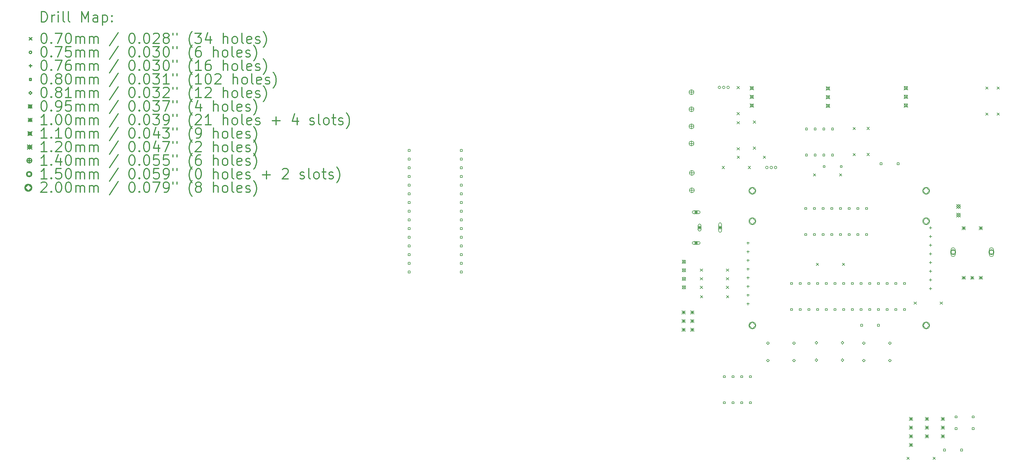
<source format=gbr>
%FSLAX45Y45*%
G04 Gerber Fmt 4.5, Leading zero omitted, Abs format (unit mm)*
G04 Created by KiCad (PCBNEW (5.1.4-0-10_14)) date 2020-02-28 18:02:05*
%MOMM*%
%LPD*%
G04 APERTURE LIST*
%ADD10C,0.200000*%
%ADD11C,0.300000*%
G04 APERTURE END LIST*
D10*
X20180860Y-4689908D02*
X20250860Y-4759908D01*
X20250860Y-4689908D02*
X20180860Y-4759908D01*
X20942860Y-4689908D02*
X21012860Y-4759908D01*
X21012860Y-4689908D02*
X20942860Y-4759908D01*
X21088148Y-3358948D02*
X21158148Y-3428948D01*
X21158148Y-3358948D02*
X21088148Y-3428948D01*
X21088148Y-4120948D02*
X21158148Y-4190948D01*
X21158148Y-4120948D02*
X21088148Y-4190948D01*
X20619772Y-4387140D02*
X20689772Y-4457140D01*
X20689772Y-4387140D02*
X20619772Y-4457140D01*
X21381772Y-4387140D02*
X21451772Y-4457140D01*
X21451772Y-4387140D02*
X21381772Y-4457140D01*
X20615708Y-3379268D02*
X20685708Y-3449268D01*
X20685708Y-3379268D02*
X20615708Y-3449268D01*
X20615708Y-4141268D02*
X20685708Y-4211268D01*
X20685708Y-4141268D02*
X20615708Y-4211268D01*
X28210816Y-2362760D02*
X28280816Y-2432760D01*
X28280816Y-2362760D02*
X28210816Y-2432760D01*
X28210816Y-3124760D02*
X28280816Y-3194760D01*
X28280816Y-3124760D02*
X28210816Y-3194760D01*
X22844304Y-4907332D02*
X22914304Y-4977332D01*
X22914304Y-4907332D02*
X22844304Y-4977332D01*
X23606304Y-4907332D02*
X23676304Y-4977332D01*
X23676304Y-4907332D02*
X23606304Y-4977332D01*
X25788164Y-8653324D02*
X25858164Y-8723324D01*
X25858164Y-8653324D02*
X25788164Y-8723324D01*
X26550164Y-8653324D02*
X26620164Y-8723324D01*
X26620164Y-8653324D02*
X26550164Y-8723324D01*
X20615708Y-2352092D02*
X20685708Y-2422092D01*
X20685708Y-2352092D02*
X20615708Y-2422092D01*
X20615708Y-3114092D02*
X20685708Y-3184092D01*
X20685708Y-3114092D02*
X20615708Y-3184092D01*
X24002544Y-3549956D02*
X24072544Y-3619956D01*
X24072544Y-3549956D02*
X24002544Y-3619956D01*
X24002544Y-4311956D02*
X24072544Y-4381956D01*
X24072544Y-4311956D02*
X24002544Y-4381956D01*
X24411992Y-3545892D02*
X24481992Y-3615892D01*
X24481992Y-3545892D02*
X24411992Y-3615892D01*
X24411992Y-4307892D02*
X24481992Y-4377892D01*
X24481992Y-4307892D02*
X24411992Y-4377892D01*
X19539256Y-8195108D02*
X19609256Y-8265108D01*
X19609256Y-8195108D02*
X19539256Y-8265108D01*
X20301256Y-8195108D02*
X20371256Y-8265108D01*
X20371256Y-8195108D02*
X20301256Y-8265108D01*
X25577980Y-13193264D02*
X25647980Y-13263264D01*
X25647980Y-13193264D02*
X25577980Y-13263264D01*
X26339980Y-13193264D02*
X26409980Y-13263264D01*
X26409980Y-13193264D02*
X26339980Y-13263264D01*
X19539256Y-7688632D02*
X19609256Y-7758632D01*
X19609256Y-7688632D02*
X19539256Y-7758632D01*
X20301256Y-7947204D02*
X20371256Y-8017204D01*
X20371256Y-7947204D02*
X20301256Y-8017204D01*
X20301256Y-7688632D02*
X20371256Y-7758632D01*
X20371256Y-7688632D02*
X20301256Y-7758632D01*
X19539256Y-7947204D02*
X19609256Y-8017204D01*
X19609256Y-7947204D02*
X19539256Y-8017204D01*
X27881124Y-2363268D02*
X27951124Y-2433268D01*
X27951124Y-2363268D02*
X27881124Y-2433268D01*
X22933204Y-7523024D02*
X23003204Y-7593024D01*
X23003204Y-7523024D02*
X22933204Y-7593024D01*
X23695204Y-7523024D02*
X23765204Y-7593024D01*
X23765204Y-7523024D02*
X23695204Y-7593024D01*
X19541796Y-8471460D02*
X19611796Y-8541460D01*
X19611796Y-8471460D02*
X19541796Y-8541460D01*
X20303796Y-8471460D02*
X20373796Y-8541460D01*
X20373796Y-8471460D02*
X20303796Y-8541460D01*
X27881124Y-3125268D02*
X27951124Y-3195268D01*
X27951124Y-3125268D02*
X27881124Y-3195268D01*
X20136520Y-2382012D02*
G75*
G03X20136520Y-2382012I-37500J0D01*
G01*
X20263520Y-2382012D02*
G75*
G03X20263520Y-2382012I-37500J0D01*
G01*
X20390520Y-2382012D02*
G75*
G03X20390520Y-2382012I-37500J0D01*
G01*
X21524376Y-4724908D02*
G75*
G03X21524376Y-4724908I-37500J0D01*
G01*
X21651376Y-4724908D02*
G75*
G03X21651376Y-4724908I-37500J0D01*
G01*
X21778376Y-4724908D02*
G75*
G03X21778376Y-4724908I-37500J0D01*
G01*
X20936204Y-6892544D02*
X20936204Y-6968744D01*
X20898104Y-6930644D02*
X20974304Y-6930644D01*
X20936204Y-7146544D02*
X20936204Y-7222744D01*
X20898104Y-7184644D02*
X20974304Y-7184644D01*
X20936204Y-7400544D02*
X20936204Y-7476744D01*
X20898104Y-7438644D02*
X20974304Y-7438644D01*
X20936204Y-7654544D02*
X20936204Y-7730744D01*
X20898104Y-7692644D02*
X20974304Y-7692644D01*
X20936204Y-7908544D02*
X20936204Y-7984744D01*
X20898104Y-7946644D02*
X20974304Y-7946644D01*
X20936204Y-8162544D02*
X20936204Y-8238744D01*
X20898104Y-8200644D02*
X20974304Y-8200644D01*
X20936204Y-8416544D02*
X20936204Y-8492744D01*
X20898104Y-8454644D02*
X20974304Y-8454644D01*
X20936204Y-8670544D02*
X20936204Y-8746744D01*
X20898104Y-8708644D02*
X20974304Y-8708644D01*
X26269188Y-6447536D02*
X26269188Y-6523736D01*
X26231088Y-6485636D02*
X26307288Y-6485636D01*
X26269188Y-6701536D02*
X26269188Y-6777736D01*
X26231088Y-6739636D02*
X26307288Y-6739636D01*
X26269188Y-6955536D02*
X26269188Y-7031736D01*
X26231088Y-6993636D02*
X26307288Y-6993636D01*
X26269188Y-7209536D02*
X26269188Y-7285736D01*
X26231088Y-7247636D02*
X26307288Y-7247636D01*
X26269188Y-7463536D02*
X26269188Y-7539736D01*
X26231088Y-7501636D02*
X26307288Y-7501636D01*
X26269188Y-7717536D02*
X26269188Y-7793736D01*
X26231088Y-7755636D02*
X26307288Y-7755636D01*
X26269188Y-7971536D02*
X26269188Y-8047736D01*
X26231088Y-8009636D02*
X26307288Y-8009636D01*
X26269188Y-8225536D02*
X26269188Y-8301736D01*
X26231088Y-8263636D02*
X26307288Y-8263636D01*
X24286012Y-9364309D02*
X24286012Y-9307740D01*
X24229443Y-9307740D01*
X24229443Y-9364309D01*
X24286012Y-9364309D01*
X24776012Y-9364309D02*
X24776012Y-9307740D01*
X24719443Y-9307740D01*
X24719443Y-9364309D01*
X24776012Y-9364309D01*
X27046264Y-12391548D02*
X27046264Y-12334979D01*
X26989695Y-12334979D01*
X26989695Y-12391548D01*
X27046264Y-12391548D01*
X27546264Y-12391548D02*
X27546264Y-12334979D01*
X27489695Y-12334979D01*
X27489695Y-12391548D01*
X27546264Y-12391548D01*
X27046264Y-12046548D02*
X27046264Y-11989979D01*
X26989695Y-11989979D01*
X26989695Y-12046548D01*
X27046264Y-12046548D01*
X27546264Y-12046548D02*
X27546264Y-11989979D01*
X27489695Y-11989979D01*
X27489695Y-12046548D01*
X27546264Y-12046548D01*
X11056965Y-4252305D02*
X11056965Y-4195736D01*
X11000396Y-4195736D01*
X11000396Y-4252305D01*
X11056965Y-4252305D01*
X11056965Y-4506305D02*
X11056965Y-4449736D01*
X11000396Y-4449736D01*
X11000396Y-4506305D01*
X11056965Y-4506305D01*
X11056965Y-4760305D02*
X11056965Y-4703736D01*
X11000396Y-4703736D01*
X11000396Y-4760305D01*
X11056965Y-4760305D01*
X11056965Y-5014305D02*
X11056965Y-4957736D01*
X11000396Y-4957736D01*
X11000396Y-5014305D01*
X11056965Y-5014305D01*
X11056965Y-5268305D02*
X11056965Y-5211736D01*
X11000396Y-5211736D01*
X11000396Y-5268305D01*
X11056965Y-5268305D01*
X11056965Y-5522305D02*
X11056965Y-5465736D01*
X11000396Y-5465736D01*
X11000396Y-5522305D01*
X11056965Y-5522305D01*
X11056965Y-5776304D02*
X11056965Y-5719735D01*
X11000396Y-5719735D01*
X11000396Y-5776304D01*
X11056965Y-5776304D01*
X11056965Y-6030304D02*
X11056965Y-5973735D01*
X11000396Y-5973735D01*
X11000396Y-6030304D01*
X11056965Y-6030304D01*
X11056965Y-6284304D02*
X11056965Y-6227735D01*
X11000396Y-6227735D01*
X11000396Y-6284304D01*
X11056965Y-6284304D01*
X11056965Y-6538304D02*
X11056965Y-6481735D01*
X11000396Y-6481735D01*
X11000396Y-6538304D01*
X11056965Y-6538304D01*
X11056965Y-6792304D02*
X11056965Y-6735735D01*
X11000396Y-6735735D01*
X11000396Y-6792304D01*
X11056965Y-6792304D01*
X11056965Y-7046304D02*
X11056965Y-6989735D01*
X11000396Y-6989735D01*
X11000396Y-7046304D01*
X11056965Y-7046304D01*
X11056965Y-7300304D02*
X11056965Y-7243735D01*
X11000396Y-7243735D01*
X11000396Y-7300304D01*
X11056965Y-7300304D01*
X11056965Y-7554304D02*
X11056965Y-7497735D01*
X11000396Y-7497735D01*
X11000396Y-7554304D01*
X11056965Y-7554304D01*
X11056965Y-7808304D02*
X11056965Y-7751735D01*
X11000396Y-7751735D01*
X11000396Y-7808304D01*
X11056965Y-7808304D01*
X12580964Y-4252305D02*
X12580964Y-4195736D01*
X12524395Y-4195736D01*
X12524395Y-4252305D01*
X12580964Y-4252305D01*
X12580964Y-4506305D02*
X12580964Y-4449736D01*
X12524395Y-4449736D01*
X12524395Y-4506305D01*
X12580964Y-4506305D01*
X12580964Y-4760305D02*
X12580964Y-4703736D01*
X12524395Y-4703736D01*
X12524395Y-4760305D01*
X12580964Y-4760305D01*
X12580964Y-5014305D02*
X12580964Y-4957736D01*
X12524395Y-4957736D01*
X12524395Y-5014305D01*
X12580964Y-5014305D01*
X12580964Y-5268305D02*
X12580964Y-5211736D01*
X12524395Y-5211736D01*
X12524395Y-5268305D01*
X12580964Y-5268305D01*
X12580964Y-5522305D02*
X12580964Y-5465736D01*
X12524395Y-5465736D01*
X12524395Y-5522305D01*
X12580964Y-5522305D01*
X12580964Y-5776304D02*
X12580964Y-5719735D01*
X12524395Y-5719735D01*
X12524395Y-5776304D01*
X12580964Y-5776304D01*
X12580964Y-6030304D02*
X12580964Y-5973735D01*
X12524395Y-5973735D01*
X12524395Y-6030304D01*
X12580964Y-6030304D01*
X12580964Y-6284304D02*
X12580964Y-6227735D01*
X12524395Y-6227735D01*
X12524395Y-6284304D01*
X12580964Y-6284304D01*
X12580964Y-6538304D02*
X12580964Y-6481735D01*
X12524395Y-6481735D01*
X12524395Y-6538304D01*
X12580964Y-6538304D01*
X12580964Y-6792304D02*
X12580964Y-6735735D01*
X12524395Y-6735735D01*
X12524395Y-6792304D01*
X12580964Y-6792304D01*
X12580964Y-7046304D02*
X12580964Y-6989735D01*
X12524395Y-6989735D01*
X12524395Y-7046304D01*
X12580964Y-7046304D01*
X12580964Y-7300304D02*
X12580964Y-7243735D01*
X12524395Y-7243735D01*
X12524395Y-7300304D01*
X12580964Y-7300304D01*
X12580964Y-7554304D02*
X12580964Y-7497735D01*
X12524395Y-7497735D01*
X12524395Y-7554304D01*
X12580964Y-7554304D01*
X12580964Y-7808304D02*
X12580964Y-7751735D01*
X12524395Y-7751735D01*
X12524395Y-7808304D01*
X12580964Y-7808304D01*
X26708264Y-13016548D02*
X26708264Y-12959979D01*
X26651695Y-12959979D01*
X26651695Y-13016548D01*
X26708264Y-13016548D01*
X27208264Y-13016548D02*
X27208264Y-12959979D01*
X27151695Y-12959979D01*
X27151695Y-13016548D01*
X27208264Y-13016548D01*
X22672384Y-3627972D02*
X22672384Y-3571403D01*
X22615815Y-3571403D01*
X22615815Y-3627972D01*
X22672384Y-3627972D01*
X22672384Y-4389973D02*
X22672384Y-4333404D01*
X22615815Y-4333404D01*
X22615815Y-4389973D01*
X22672384Y-4389973D01*
X22926384Y-3627972D02*
X22926384Y-3571403D01*
X22869815Y-3571403D01*
X22869815Y-3627972D01*
X22926384Y-3627972D01*
X22926384Y-4389973D02*
X22926384Y-4333404D01*
X22869815Y-4333404D01*
X22869815Y-4389973D01*
X22926384Y-4389973D01*
X23180384Y-3627972D02*
X23180384Y-3571403D01*
X23123815Y-3571403D01*
X23123815Y-3627972D01*
X23180384Y-3627972D01*
X23180384Y-4389973D02*
X23180384Y-4333404D01*
X23123815Y-4333404D01*
X23123815Y-4389973D01*
X23180384Y-4389973D01*
X23434384Y-3627972D02*
X23434384Y-3571403D01*
X23377815Y-3571403D01*
X23377815Y-3627972D01*
X23434384Y-3627972D01*
X23434384Y-4389973D02*
X23434384Y-4333404D01*
X23377815Y-4333404D01*
X23377815Y-4389973D01*
X23434384Y-4389973D01*
X24850688Y-4642449D02*
X24850688Y-4585880D01*
X24794119Y-4585880D01*
X24794119Y-4642449D01*
X24850688Y-4642449D01*
X22650032Y-5951564D02*
X22650032Y-5894995D01*
X22593463Y-5894995D01*
X22593463Y-5951564D01*
X22650032Y-5951564D01*
X22650032Y-6713564D02*
X22650032Y-6656995D01*
X22593463Y-6656995D01*
X22593463Y-6713564D01*
X22650032Y-6713564D01*
X22904032Y-5951564D02*
X22904032Y-5894995D01*
X22847463Y-5894995D01*
X22847463Y-5951564D01*
X22904032Y-5951564D01*
X22904032Y-6713564D02*
X22904032Y-6656995D01*
X22847463Y-6656995D01*
X22847463Y-6713564D01*
X22904032Y-6713564D01*
X23158032Y-5951564D02*
X23158032Y-5894995D01*
X23101463Y-5894995D01*
X23101463Y-5951564D01*
X23158032Y-5951564D01*
X23158032Y-6713564D02*
X23158032Y-6656995D01*
X23101463Y-6656995D01*
X23101463Y-6713564D01*
X23158032Y-6713564D01*
X23412032Y-5951564D02*
X23412032Y-5894995D01*
X23355463Y-5894995D01*
X23355463Y-5951564D01*
X23412032Y-5951564D01*
X23412032Y-6713564D02*
X23412032Y-6656995D01*
X23355463Y-6656995D01*
X23355463Y-6713564D01*
X23412032Y-6713564D01*
X23666032Y-5951564D02*
X23666032Y-5894995D01*
X23609463Y-5894995D01*
X23609463Y-5951564D01*
X23666032Y-5951564D01*
X23666032Y-6713564D02*
X23666032Y-6656995D01*
X23609463Y-6656995D01*
X23609463Y-6713564D01*
X23666032Y-6713564D01*
X22237537Y-8144600D02*
X22237537Y-8088031D01*
X22180968Y-8088031D01*
X22180968Y-8144600D01*
X22237537Y-8144600D01*
X22237537Y-8906601D02*
X22237537Y-8850032D01*
X22180968Y-8850032D01*
X22180968Y-8906601D01*
X22237537Y-8906601D01*
X22491536Y-8144600D02*
X22491536Y-8088031D01*
X22434967Y-8088031D01*
X22434967Y-8144600D01*
X22491536Y-8144600D01*
X22491536Y-8906601D02*
X22491536Y-8850032D01*
X22434967Y-8850032D01*
X22434967Y-8906601D01*
X22491536Y-8906601D01*
X22745536Y-8144600D02*
X22745536Y-8088031D01*
X22688967Y-8088031D01*
X22688967Y-8144600D01*
X22745536Y-8144600D01*
X22745536Y-8906601D02*
X22745536Y-8850032D01*
X22688967Y-8850032D01*
X22688967Y-8906601D01*
X22745536Y-8906601D01*
X22999536Y-8144600D02*
X22999536Y-8088031D01*
X22942967Y-8088031D01*
X22942967Y-8144600D01*
X22999536Y-8144600D01*
X22999536Y-8906601D02*
X22999536Y-8850032D01*
X22942967Y-8850032D01*
X22942967Y-8906601D01*
X22999536Y-8906601D01*
X23253536Y-8144600D02*
X23253536Y-8088031D01*
X23196967Y-8088031D01*
X23196967Y-8144600D01*
X23253536Y-8144600D01*
X23253536Y-8906601D02*
X23253536Y-8850032D01*
X23196967Y-8850032D01*
X23196967Y-8906601D01*
X23253536Y-8906601D01*
X23507536Y-8144600D02*
X23507536Y-8088031D01*
X23450967Y-8088031D01*
X23450967Y-8144600D01*
X23507536Y-8144600D01*
X23507536Y-8906601D02*
X23507536Y-8850032D01*
X23450967Y-8850032D01*
X23450967Y-8906601D01*
X23507536Y-8906601D01*
X23761536Y-8144600D02*
X23761536Y-8088031D01*
X23704967Y-8088031D01*
X23704967Y-8144600D01*
X23761536Y-8144600D01*
X23761536Y-8906601D02*
X23761536Y-8850032D01*
X23704967Y-8850032D01*
X23704967Y-8906601D01*
X23761536Y-8906601D01*
X24015536Y-8144600D02*
X24015536Y-8088031D01*
X23958967Y-8088031D01*
X23958967Y-8144600D01*
X24015536Y-8144600D01*
X24015536Y-8906601D02*
X24015536Y-8850032D01*
X23958967Y-8850032D01*
X23958967Y-8906601D01*
X24015536Y-8906601D01*
X24269536Y-8144600D02*
X24269536Y-8088031D01*
X24212967Y-8088031D01*
X24212967Y-8144600D01*
X24269536Y-8144600D01*
X24269536Y-8906601D02*
X24269536Y-8850032D01*
X24212967Y-8850032D01*
X24212967Y-8906601D01*
X24269536Y-8906601D01*
X24523536Y-8144600D02*
X24523536Y-8088031D01*
X24466967Y-8088031D01*
X24466967Y-8144600D01*
X24523536Y-8144600D01*
X24523536Y-8906601D02*
X24523536Y-8850032D01*
X24466967Y-8850032D01*
X24466967Y-8906601D01*
X24523536Y-8906601D01*
X24777536Y-8144600D02*
X24777536Y-8088031D01*
X24720967Y-8088031D01*
X24720967Y-8144600D01*
X24777536Y-8144600D01*
X24777536Y-8906601D02*
X24777536Y-8850032D01*
X24720967Y-8850032D01*
X24720967Y-8906601D01*
X24777536Y-8906601D01*
X25031536Y-8144600D02*
X25031536Y-8088031D01*
X24974967Y-8088031D01*
X24974967Y-8144600D01*
X25031536Y-8144600D01*
X23920032Y-6713564D02*
X23920032Y-6656995D01*
X23863463Y-6656995D01*
X23863463Y-6713564D01*
X23920032Y-6713564D01*
X24428032Y-5951564D02*
X24428032Y-5894995D01*
X24371463Y-5894995D01*
X24371463Y-5951564D01*
X24428032Y-5951564D01*
X25031536Y-8906601D02*
X25031536Y-8850032D01*
X24974967Y-8850032D01*
X24974967Y-8906601D01*
X25031536Y-8906601D01*
X25285536Y-8906601D02*
X25285536Y-8850032D01*
X25228967Y-8850032D01*
X25228967Y-8906601D01*
X25285536Y-8906601D01*
X24174032Y-5951564D02*
X24174032Y-5894995D01*
X24117463Y-5894995D01*
X24117463Y-5951564D01*
X24174032Y-5951564D01*
X23186988Y-4722713D02*
X23186988Y-4666144D01*
X23130419Y-4666144D01*
X23130419Y-4722713D01*
X23186988Y-4722713D01*
X23686988Y-4722713D02*
X23686988Y-4666144D01*
X23630419Y-4666144D01*
X23630419Y-4722713D01*
X23686988Y-4722713D01*
X25350688Y-4642449D02*
X25350688Y-4585880D01*
X25294119Y-4585880D01*
X25294119Y-4642449D01*
X25350688Y-4642449D01*
X25285536Y-8144600D02*
X25285536Y-8088031D01*
X25228967Y-8088031D01*
X25228967Y-8144600D01*
X25285536Y-8144600D01*
X25539536Y-8144600D02*
X25539536Y-8088031D01*
X25482967Y-8088031D01*
X25482967Y-8144600D01*
X25539536Y-8144600D01*
X23920032Y-5951564D02*
X23920032Y-5894995D01*
X23863463Y-5894995D01*
X23863463Y-5951564D01*
X23920032Y-5951564D01*
X24174032Y-6713564D02*
X24174032Y-6656995D01*
X24117463Y-6656995D01*
X24117463Y-6713564D01*
X24174032Y-6713564D01*
X24428032Y-6713564D02*
X24428032Y-6656995D01*
X24371463Y-6656995D01*
X24371463Y-6713564D01*
X24428032Y-6713564D01*
X25539536Y-8906601D02*
X25539536Y-8850032D01*
X25482967Y-8850032D01*
X25482967Y-8906601D01*
X25539536Y-8906601D01*
X20272593Y-10869005D02*
X20272593Y-10812436D01*
X20216024Y-10812436D01*
X20216024Y-10869005D01*
X20272593Y-10869005D01*
X20272593Y-11631004D02*
X20272593Y-11574435D01*
X20216024Y-11574435D01*
X20216024Y-11631004D01*
X20272593Y-11631004D01*
X20526593Y-10869005D02*
X20526593Y-10812436D01*
X20470024Y-10812436D01*
X20470024Y-10869005D01*
X20526593Y-10869005D01*
X20526593Y-11631004D02*
X20526593Y-11574435D01*
X20470024Y-11574435D01*
X20470024Y-11631004D01*
X20526593Y-11631004D01*
X20780593Y-10869005D02*
X20780593Y-10812436D01*
X20724024Y-10812436D01*
X20724024Y-10869005D01*
X20780593Y-10869005D01*
X20780593Y-11631004D02*
X20780593Y-11574435D01*
X20724024Y-11574435D01*
X20724024Y-11631004D01*
X20780593Y-11631004D01*
X21034593Y-10869005D02*
X21034593Y-10812436D01*
X20978024Y-10812436D01*
X20978024Y-10869005D01*
X21034593Y-10869005D01*
X21034593Y-11631004D02*
X21034593Y-11574435D01*
X20978024Y-11574435D01*
X20978024Y-11631004D01*
X21034593Y-11631004D01*
X21515324Y-9902444D02*
X21555964Y-9861804D01*
X21515324Y-9821164D01*
X21474684Y-9861804D01*
X21515324Y-9902444D01*
X21515324Y-10410444D02*
X21555964Y-10369804D01*
X21515324Y-10329164D01*
X21474684Y-10369804D01*
X21515324Y-10410444D01*
X24318214Y-9902444D02*
X24358854Y-9861804D01*
X24318214Y-9821164D01*
X24277574Y-9861804D01*
X24318214Y-9902444D01*
X24318214Y-10410444D02*
X24358854Y-10369804D01*
X24318214Y-10329164D01*
X24277574Y-10369804D01*
X24318214Y-10410444D01*
X22277324Y-9902444D02*
X22317964Y-9861804D01*
X22277324Y-9821164D01*
X22236684Y-9861804D01*
X22277324Y-9902444D01*
X22277324Y-10410444D02*
X22317964Y-10369804D01*
X22277324Y-10329164D01*
X22236684Y-10369804D01*
X22277324Y-10410444D01*
X22935184Y-9893554D02*
X22975824Y-9852914D01*
X22935184Y-9812274D01*
X22894544Y-9852914D01*
X22935184Y-9893554D01*
X22935184Y-10401554D02*
X22975824Y-10360914D01*
X22935184Y-10320274D01*
X22894544Y-10360914D01*
X22935184Y-10401554D01*
X23697184Y-9893554D02*
X23737824Y-9852914D01*
X23697184Y-9812274D01*
X23656544Y-9852914D01*
X23697184Y-9893554D01*
X23697184Y-10401554D02*
X23737824Y-10360914D01*
X23697184Y-10320274D01*
X23656544Y-10360914D01*
X23697184Y-10401554D01*
X25080214Y-9902444D02*
X25120854Y-9861804D01*
X25080214Y-9821164D01*
X25039574Y-9861804D01*
X25080214Y-9902444D01*
X25080214Y-10410444D02*
X25120854Y-10369804D01*
X25080214Y-10329164D01*
X25039574Y-10369804D01*
X25080214Y-10410444D01*
X19015200Y-7433116D02*
X19110200Y-7528116D01*
X19110200Y-7433116D02*
X19015200Y-7528116D01*
X19110200Y-7480616D02*
G75*
G03X19110200Y-7480616I-47500J0D01*
G01*
X19015200Y-7683116D02*
X19110200Y-7778116D01*
X19110200Y-7683116D02*
X19015200Y-7778116D01*
X19110200Y-7730616D02*
G75*
G03X19110200Y-7730616I-47500J0D01*
G01*
X19015200Y-7933116D02*
X19110200Y-8028116D01*
X19110200Y-7933116D02*
X19015200Y-8028116D01*
X19110200Y-7980616D02*
G75*
G03X19110200Y-7980616I-47500J0D01*
G01*
X19015200Y-8183116D02*
X19110200Y-8278116D01*
X19110200Y-8183116D02*
X19015200Y-8278116D01*
X19110200Y-8230616D02*
G75*
G03X19110200Y-8230616I-47500J0D01*
G01*
X26577980Y-12028264D02*
X26677980Y-12128264D01*
X26677980Y-12028264D02*
X26577980Y-12128264D01*
X26627980Y-12028264D02*
X26627980Y-12128264D01*
X26577980Y-12078264D02*
X26677980Y-12078264D01*
X26577980Y-12282264D02*
X26677980Y-12382264D01*
X26677980Y-12282264D02*
X26577980Y-12382264D01*
X26627980Y-12282264D02*
X26627980Y-12382264D01*
X26577980Y-12332264D02*
X26677980Y-12332264D01*
X26577980Y-12536264D02*
X26677980Y-12636264D01*
X26677980Y-12536264D02*
X26577980Y-12636264D01*
X26627980Y-12536264D02*
X26627980Y-12636264D01*
X26577980Y-12586264D02*
X26677980Y-12586264D01*
X19369848Y-5981572D02*
X19469848Y-6081572D01*
X19469848Y-5981572D02*
X19369848Y-6081572D01*
X19419848Y-5981572D02*
X19419848Y-6081572D01*
X19369848Y-6031572D02*
X19469848Y-6031572D01*
X19494848Y-5991572D02*
X19344848Y-5991572D01*
X19494848Y-6071572D02*
X19344848Y-6071572D01*
X19344848Y-5991572D02*
G75*
G03X19344848Y-6071572I0J-40000D01*
G01*
X19494848Y-6071572D02*
G75*
G03X19494848Y-5991572I0J40000D01*
G01*
X19369848Y-6881572D02*
X19469848Y-6981572D01*
X19469848Y-6881572D02*
X19369848Y-6981572D01*
X19419848Y-6881572D02*
X19419848Y-6981572D01*
X19369848Y-6931572D02*
X19469848Y-6931572D01*
X19494848Y-6891572D02*
X19344848Y-6891572D01*
X19494848Y-6971572D02*
X19344848Y-6971572D01*
X19344848Y-6891572D02*
G75*
G03X19344848Y-6971572I0J-40000D01*
G01*
X19494848Y-6971572D02*
G75*
G03X19494848Y-6891572I0J40000D01*
G01*
X19469848Y-6431572D02*
X19569848Y-6531572D01*
X19569848Y-6431572D02*
X19469848Y-6531572D01*
X19519848Y-6431572D02*
X19519848Y-6531572D01*
X19469848Y-6481572D02*
X19569848Y-6481572D01*
X19479848Y-6416572D02*
X19479848Y-6546572D01*
X19559848Y-6416572D02*
X19559848Y-6546572D01*
X19479848Y-6546572D02*
G75*
G03X19559848Y-6546572I40000J0D01*
G01*
X19559848Y-6416572D02*
G75*
G03X19479848Y-6416572I-40000J0D01*
G01*
X20069848Y-6431572D02*
X20169848Y-6531572D01*
X20169848Y-6431572D02*
X20069848Y-6531572D01*
X20119848Y-6431572D02*
X20119848Y-6531572D01*
X20069848Y-6481572D02*
X20169848Y-6481572D01*
X20079848Y-6381572D02*
X20079848Y-6581572D01*
X20159848Y-6381572D02*
X20159848Y-6581572D01*
X20079848Y-6581572D02*
G75*
G03X20159848Y-6581572I40000J0D01*
G01*
X20159848Y-6381572D02*
G75*
G03X20079848Y-6381572I-40000J0D01*
G01*
X19004572Y-8910612D02*
X19104572Y-9010612D01*
X19104572Y-8910612D02*
X19004572Y-9010612D01*
X19054572Y-8910612D02*
X19054572Y-9010612D01*
X19004572Y-8960612D02*
X19104572Y-8960612D01*
X19004572Y-9418612D02*
X19104572Y-9518612D01*
X19104572Y-9418612D02*
X19004572Y-9518612D01*
X19054572Y-9418612D02*
X19054572Y-9518612D01*
X19004572Y-9468612D02*
X19104572Y-9468612D01*
X19258572Y-8910612D02*
X19358572Y-9010612D01*
X19358572Y-8910612D02*
X19258572Y-9010612D01*
X19308572Y-8910612D02*
X19308572Y-9010612D01*
X19258572Y-8960612D02*
X19358572Y-8960612D01*
X19258572Y-9418612D02*
X19358572Y-9518612D01*
X19358572Y-9418612D02*
X19258572Y-9518612D01*
X19308572Y-9418612D02*
X19308572Y-9518612D01*
X19258572Y-9468612D02*
X19358572Y-9468612D01*
X26112980Y-12028264D02*
X26212980Y-12128264D01*
X26212980Y-12028264D02*
X26112980Y-12128264D01*
X26162980Y-12028264D02*
X26162980Y-12128264D01*
X26112980Y-12078264D02*
X26212980Y-12078264D01*
X26112980Y-12282264D02*
X26212980Y-12382264D01*
X26212980Y-12282264D02*
X26112980Y-12382264D01*
X26162980Y-12282264D02*
X26162980Y-12382264D01*
X26112980Y-12332264D02*
X26212980Y-12332264D01*
X26112980Y-12536264D02*
X26212980Y-12636264D01*
X26212980Y-12536264D02*
X26112980Y-12636264D01*
X26162980Y-12536264D02*
X26162980Y-12636264D01*
X26112980Y-12586264D02*
X26212980Y-12586264D01*
X19004572Y-9164612D02*
X19104572Y-9264612D01*
X19104572Y-9164612D02*
X19004572Y-9264612D01*
X19054572Y-9164612D02*
X19054572Y-9264612D01*
X19004572Y-9214612D02*
X19104572Y-9214612D01*
X19258572Y-9164612D02*
X19358572Y-9264612D01*
X19358572Y-9164612D02*
X19258572Y-9264612D01*
X19308572Y-9164612D02*
X19308572Y-9264612D01*
X19258572Y-9214612D02*
X19358572Y-9214612D01*
X27189976Y-6450200D02*
X27289976Y-6550200D01*
X27289976Y-6450200D02*
X27189976Y-6550200D01*
X27239976Y-6450200D02*
X27239976Y-6550200D01*
X27189976Y-6500200D02*
X27289976Y-6500200D01*
X27189976Y-7900200D02*
X27289976Y-8000200D01*
X27289976Y-7900200D02*
X27189976Y-8000200D01*
X27239976Y-7900200D02*
X27239976Y-8000200D01*
X27189976Y-7950200D02*
X27289976Y-7950200D01*
X27439976Y-7900200D02*
X27539976Y-8000200D01*
X27539976Y-7900200D02*
X27439976Y-8000200D01*
X27489976Y-7900200D02*
X27489976Y-8000200D01*
X27439976Y-7950200D02*
X27539976Y-7950200D01*
X27689976Y-6450200D02*
X27789976Y-6550200D01*
X27789976Y-6450200D02*
X27689976Y-6550200D01*
X27739976Y-6450200D02*
X27739976Y-6550200D01*
X27689976Y-6500200D02*
X27789976Y-6500200D01*
X27689976Y-7900200D02*
X27789976Y-8000200D01*
X27789976Y-7900200D02*
X27689976Y-8000200D01*
X27739976Y-7900200D02*
X27739976Y-8000200D01*
X27689976Y-7950200D02*
X27789976Y-7950200D01*
X25647980Y-12028264D02*
X25747980Y-12128264D01*
X25747980Y-12028264D02*
X25647980Y-12128264D01*
X25697980Y-12028264D02*
X25697980Y-12128264D01*
X25647980Y-12078264D02*
X25747980Y-12078264D01*
X25647980Y-12282264D02*
X25747980Y-12382264D01*
X25747980Y-12282264D02*
X25647980Y-12382264D01*
X25697980Y-12282264D02*
X25697980Y-12382264D01*
X25647980Y-12332264D02*
X25747980Y-12332264D01*
X25647980Y-12536264D02*
X25747980Y-12636264D01*
X25747980Y-12536264D02*
X25647980Y-12636264D01*
X25697980Y-12536264D02*
X25697980Y-12636264D01*
X25647980Y-12586264D02*
X25747980Y-12586264D01*
X25647980Y-12790264D02*
X25747980Y-12890264D01*
X25747980Y-12790264D02*
X25647980Y-12890264D01*
X25697980Y-12790264D02*
X25697980Y-12890264D01*
X25647980Y-12840264D02*
X25747980Y-12840264D01*
X25492828Y-2345300D02*
X25602828Y-2455300D01*
X25602828Y-2345300D02*
X25492828Y-2455300D01*
X25586719Y-2439191D02*
X25586719Y-2361409D01*
X25508937Y-2361409D01*
X25508937Y-2439191D01*
X25586719Y-2439191D01*
X25492828Y-2599300D02*
X25602828Y-2709300D01*
X25602828Y-2599300D02*
X25492828Y-2709300D01*
X25586719Y-2693191D02*
X25586719Y-2615409D01*
X25508937Y-2615409D01*
X25508937Y-2693191D01*
X25586719Y-2693191D01*
X25492828Y-2853300D02*
X25602828Y-2963300D01*
X25602828Y-2853300D02*
X25492828Y-2963300D01*
X25586719Y-2947191D02*
X25586719Y-2869409D01*
X25508937Y-2869409D01*
X25508937Y-2947191D01*
X25586719Y-2947191D01*
X20991440Y-2352412D02*
X21101440Y-2462412D01*
X21101440Y-2352412D02*
X20991440Y-2462412D01*
X21085331Y-2446303D02*
X21085331Y-2368521D01*
X21007549Y-2368521D01*
X21007549Y-2446303D01*
X21085331Y-2446303D01*
X20991440Y-2606412D02*
X21101440Y-2716412D01*
X21101440Y-2606412D02*
X20991440Y-2716412D01*
X21085331Y-2700303D02*
X21085331Y-2622521D01*
X21007549Y-2622521D01*
X21007549Y-2700303D01*
X21085331Y-2700303D01*
X20991440Y-2860412D02*
X21101440Y-2970412D01*
X21101440Y-2860412D02*
X20991440Y-2970412D01*
X21085331Y-2954303D02*
X21085331Y-2876521D01*
X21007549Y-2876521D01*
X21007549Y-2954303D01*
X21085331Y-2954303D01*
X23215464Y-2358000D02*
X23325464Y-2468000D01*
X23325464Y-2358000D02*
X23215464Y-2468000D01*
X23309355Y-2451891D02*
X23309355Y-2374109D01*
X23231573Y-2374109D01*
X23231573Y-2451891D01*
X23309355Y-2451891D01*
X23215464Y-2612000D02*
X23325464Y-2722000D01*
X23325464Y-2612000D02*
X23215464Y-2722000D01*
X23309355Y-2705891D02*
X23309355Y-2628109D01*
X23231573Y-2628109D01*
X23231573Y-2705891D01*
X23309355Y-2705891D01*
X23215464Y-2866000D02*
X23325464Y-2976000D01*
X23325464Y-2866000D02*
X23215464Y-2976000D01*
X23309355Y-2959891D02*
X23309355Y-2882109D01*
X23231573Y-2882109D01*
X23231573Y-2959891D01*
X23309355Y-2959891D01*
X27030624Y-5800796D02*
X27150624Y-5920796D01*
X27150624Y-5800796D02*
X27030624Y-5920796D01*
X27090624Y-5920796D02*
X27150624Y-5860796D01*
X27090624Y-5800796D01*
X27030624Y-5860796D01*
X27090624Y-5920796D01*
X27030624Y-6054796D02*
X27150624Y-6174796D01*
X27150624Y-6054796D02*
X27030624Y-6174796D01*
X27090624Y-6174796D02*
X27150624Y-6114796D01*
X27090624Y-6054796D01*
X27030624Y-6114796D01*
X27090624Y-6174796D01*
X19294856Y-4813404D02*
X19294856Y-4953404D01*
X19224856Y-4883404D02*
X19364856Y-4883404D01*
X19364856Y-4883404D02*
G75*
G03X19364856Y-4883404I-70000J0D01*
G01*
X19294856Y-5321404D02*
X19294856Y-5461404D01*
X19224856Y-5391404D02*
X19364856Y-5391404D01*
X19364856Y-5391404D02*
G75*
G03X19364856Y-5391404I-70000J0D01*
G01*
X19282664Y-2451712D02*
X19282664Y-2591712D01*
X19212664Y-2521712D02*
X19352664Y-2521712D01*
X19352664Y-2521712D02*
G75*
G03X19352664Y-2521712I-70000J0D01*
G01*
X19282664Y-2951712D02*
X19282664Y-3091712D01*
X19212664Y-3021712D02*
X19352664Y-3021712D01*
X19352664Y-3021712D02*
G75*
G03X19352664Y-3021712I-70000J0D01*
G01*
X19282664Y-3451712D02*
X19282664Y-3591712D01*
X19212664Y-3521712D02*
X19352664Y-3521712D01*
X19352664Y-3521712D02*
G75*
G03X19352664Y-3521712I-70000J0D01*
G01*
X19282664Y-3951712D02*
X19282664Y-4091712D01*
X19212664Y-4021712D02*
X19352664Y-4021712D01*
X19352664Y-4021712D02*
G75*
G03X19352664Y-4021712I-70000J0D01*
G01*
X26983009Y-7253233D02*
X26983009Y-7147166D01*
X26876942Y-7147166D01*
X26876942Y-7253233D01*
X26983009Y-7253233D01*
X27004976Y-7200200D02*
G75*
G03X27004976Y-7200200I-75000J0D01*
G01*
X26994976Y-7265200D02*
X26994976Y-7135200D01*
X26864976Y-7265200D02*
X26864976Y-7135200D01*
X26994976Y-7135200D02*
G75*
G03X26864976Y-7135200I-65000J0D01*
G01*
X26864976Y-7265200D02*
G75*
G03X26994976Y-7265200I65000J0D01*
G01*
X28103009Y-7253233D02*
X28103009Y-7147166D01*
X27996942Y-7147166D01*
X27996942Y-7253233D01*
X28103009Y-7253233D01*
X28124976Y-7200200D02*
G75*
G03X28124976Y-7200200I-75000J0D01*
G01*
X28114976Y-7265200D02*
X28114976Y-7135200D01*
X27984976Y-7265200D02*
X27984976Y-7135200D01*
X28114976Y-7135200D02*
G75*
G03X27984976Y-7135200I-65000J0D01*
G01*
X27984976Y-7265200D02*
G75*
G03X28114976Y-7265200I65000J0D01*
G01*
X21063204Y-6395644D02*
X21163204Y-6295644D01*
X21063204Y-6195644D01*
X20963204Y-6295644D01*
X21063204Y-6395644D01*
X21163204Y-6295644D02*
G75*
G03X21163204Y-6295644I-100000J0D01*
G01*
X21063204Y-9443644D02*
X21163204Y-9343644D01*
X21063204Y-9243644D01*
X20963204Y-9343644D01*
X21063204Y-9443644D01*
X21163204Y-9343644D02*
G75*
G03X21163204Y-9343644I-100000J0D01*
G01*
X26143204Y-6395644D02*
X26243204Y-6295644D01*
X26143204Y-6195644D01*
X26043204Y-6295644D01*
X26143204Y-6395644D01*
X26243204Y-6295644D02*
G75*
G03X26243204Y-6295644I-100000J0D01*
G01*
X26143204Y-9443644D02*
X26243204Y-9343644D01*
X26143204Y-9243644D01*
X26043204Y-9343644D01*
X26143204Y-9443644D01*
X26243204Y-9343644D02*
G75*
G03X26243204Y-9343644I-100000J0D01*
G01*
X21062188Y-5506136D02*
X21162188Y-5406136D01*
X21062188Y-5306136D01*
X20962188Y-5406136D01*
X21062188Y-5506136D01*
X21162188Y-5406136D02*
G75*
G03X21162188Y-5406136I-100000J0D01*
G01*
X21062188Y-9443136D02*
X21162188Y-9343136D01*
X21062188Y-9243136D01*
X20962188Y-9343136D01*
X21062188Y-9443136D01*
X21162188Y-9343136D02*
G75*
G03X21162188Y-9343136I-100000J0D01*
G01*
X26142188Y-5506136D02*
X26242188Y-5406136D01*
X26142188Y-5306136D01*
X26042188Y-5406136D01*
X26142188Y-5506136D01*
X26242188Y-5406136D02*
G75*
G03X26242188Y-5406136I-100000J0D01*
G01*
X26142188Y-9443136D02*
X26242188Y-9343136D01*
X26142188Y-9243136D01*
X26042188Y-9343136D01*
X26142188Y-9443136D01*
X26242188Y-9343136D02*
G75*
G03X26242188Y-9343136I-100000J0D01*
G01*
D11*
X286429Y-465714D02*
X286429Y-165714D01*
X357857Y-165714D01*
X400714Y-180000D01*
X429286Y-208571D01*
X443571Y-237143D01*
X457857Y-294286D01*
X457857Y-337143D01*
X443571Y-394286D01*
X429286Y-422857D01*
X400714Y-451428D01*
X357857Y-465714D01*
X286429Y-465714D01*
X586429Y-465714D02*
X586429Y-265714D01*
X586429Y-322857D02*
X600714Y-294286D01*
X615000Y-280000D01*
X643571Y-265714D01*
X672143Y-265714D01*
X772143Y-465714D02*
X772143Y-265714D01*
X772143Y-165714D02*
X757857Y-180000D01*
X772143Y-194286D01*
X786428Y-180000D01*
X772143Y-165714D01*
X772143Y-194286D01*
X957857Y-465714D02*
X929286Y-451428D01*
X915000Y-422857D01*
X915000Y-165714D01*
X1115000Y-465714D02*
X1086429Y-451428D01*
X1072143Y-422857D01*
X1072143Y-165714D01*
X1457857Y-465714D02*
X1457857Y-165714D01*
X1557857Y-380000D01*
X1657857Y-165714D01*
X1657857Y-465714D01*
X1929286Y-465714D02*
X1929286Y-308571D01*
X1915000Y-280000D01*
X1886428Y-265714D01*
X1829286Y-265714D01*
X1800714Y-280000D01*
X1929286Y-451428D02*
X1900714Y-465714D01*
X1829286Y-465714D01*
X1800714Y-451428D01*
X1786428Y-422857D01*
X1786428Y-394286D01*
X1800714Y-365714D01*
X1829286Y-351428D01*
X1900714Y-351428D01*
X1929286Y-337143D01*
X2072143Y-265714D02*
X2072143Y-565714D01*
X2072143Y-280000D02*
X2100714Y-265714D01*
X2157857Y-265714D01*
X2186429Y-280000D01*
X2200714Y-294286D01*
X2215000Y-322857D01*
X2215000Y-408571D01*
X2200714Y-437143D01*
X2186429Y-451428D01*
X2157857Y-465714D01*
X2100714Y-465714D01*
X2072143Y-451428D01*
X2343571Y-437143D02*
X2357857Y-451428D01*
X2343571Y-465714D01*
X2329286Y-451428D01*
X2343571Y-437143D01*
X2343571Y-465714D01*
X2343571Y-280000D02*
X2357857Y-294286D01*
X2343571Y-308571D01*
X2329286Y-294286D01*
X2343571Y-280000D01*
X2343571Y-308571D01*
X-70000Y-925000D02*
X0Y-995000D01*
X0Y-925000D02*
X-70000Y-995000D01*
X343571Y-795714D02*
X372143Y-795714D01*
X400714Y-810000D01*
X415000Y-824286D01*
X429286Y-852857D01*
X443571Y-910000D01*
X443571Y-981428D01*
X429286Y-1038571D01*
X415000Y-1067143D01*
X400714Y-1081429D01*
X372143Y-1095714D01*
X343571Y-1095714D01*
X315000Y-1081429D01*
X300714Y-1067143D01*
X286429Y-1038571D01*
X272143Y-981428D01*
X272143Y-910000D01*
X286429Y-852857D01*
X300714Y-824286D01*
X315000Y-810000D01*
X343571Y-795714D01*
X572143Y-1067143D02*
X586429Y-1081429D01*
X572143Y-1095714D01*
X557857Y-1081429D01*
X572143Y-1067143D01*
X572143Y-1095714D01*
X686429Y-795714D02*
X886428Y-795714D01*
X757857Y-1095714D01*
X1057857Y-795714D02*
X1086429Y-795714D01*
X1115000Y-810000D01*
X1129286Y-824286D01*
X1143571Y-852857D01*
X1157857Y-910000D01*
X1157857Y-981428D01*
X1143571Y-1038571D01*
X1129286Y-1067143D01*
X1115000Y-1081429D01*
X1086429Y-1095714D01*
X1057857Y-1095714D01*
X1029286Y-1081429D01*
X1015000Y-1067143D01*
X1000714Y-1038571D01*
X986428Y-981428D01*
X986428Y-910000D01*
X1000714Y-852857D01*
X1015000Y-824286D01*
X1029286Y-810000D01*
X1057857Y-795714D01*
X1286429Y-1095714D02*
X1286429Y-895714D01*
X1286429Y-924286D02*
X1300714Y-910000D01*
X1329286Y-895714D01*
X1372143Y-895714D01*
X1400714Y-910000D01*
X1415000Y-938571D01*
X1415000Y-1095714D01*
X1415000Y-938571D02*
X1429286Y-910000D01*
X1457857Y-895714D01*
X1500714Y-895714D01*
X1529286Y-910000D01*
X1543571Y-938571D01*
X1543571Y-1095714D01*
X1686428Y-1095714D02*
X1686428Y-895714D01*
X1686428Y-924286D02*
X1700714Y-910000D01*
X1729286Y-895714D01*
X1772143Y-895714D01*
X1800714Y-910000D01*
X1815000Y-938571D01*
X1815000Y-1095714D01*
X1815000Y-938571D02*
X1829286Y-910000D01*
X1857857Y-895714D01*
X1900714Y-895714D01*
X1929286Y-910000D01*
X1943571Y-938571D01*
X1943571Y-1095714D01*
X2529286Y-781428D02*
X2272143Y-1167143D01*
X2915000Y-795714D02*
X2943571Y-795714D01*
X2972143Y-810000D01*
X2986428Y-824286D01*
X3000714Y-852857D01*
X3015000Y-910000D01*
X3015000Y-981428D01*
X3000714Y-1038571D01*
X2986428Y-1067143D01*
X2972143Y-1081429D01*
X2943571Y-1095714D01*
X2915000Y-1095714D01*
X2886428Y-1081429D01*
X2872143Y-1067143D01*
X2857857Y-1038571D01*
X2843571Y-981428D01*
X2843571Y-910000D01*
X2857857Y-852857D01*
X2872143Y-824286D01*
X2886428Y-810000D01*
X2915000Y-795714D01*
X3143571Y-1067143D02*
X3157857Y-1081429D01*
X3143571Y-1095714D01*
X3129286Y-1081429D01*
X3143571Y-1067143D01*
X3143571Y-1095714D01*
X3343571Y-795714D02*
X3372143Y-795714D01*
X3400714Y-810000D01*
X3415000Y-824286D01*
X3429286Y-852857D01*
X3443571Y-910000D01*
X3443571Y-981428D01*
X3429286Y-1038571D01*
X3415000Y-1067143D01*
X3400714Y-1081429D01*
X3372143Y-1095714D01*
X3343571Y-1095714D01*
X3315000Y-1081429D01*
X3300714Y-1067143D01*
X3286428Y-1038571D01*
X3272143Y-981428D01*
X3272143Y-910000D01*
X3286428Y-852857D01*
X3300714Y-824286D01*
X3315000Y-810000D01*
X3343571Y-795714D01*
X3557857Y-824286D02*
X3572143Y-810000D01*
X3600714Y-795714D01*
X3672143Y-795714D01*
X3700714Y-810000D01*
X3715000Y-824286D01*
X3729286Y-852857D01*
X3729286Y-881428D01*
X3715000Y-924286D01*
X3543571Y-1095714D01*
X3729286Y-1095714D01*
X3900714Y-924286D02*
X3872143Y-910000D01*
X3857857Y-895714D01*
X3843571Y-867143D01*
X3843571Y-852857D01*
X3857857Y-824286D01*
X3872143Y-810000D01*
X3900714Y-795714D01*
X3957857Y-795714D01*
X3986428Y-810000D01*
X4000714Y-824286D01*
X4015000Y-852857D01*
X4015000Y-867143D01*
X4000714Y-895714D01*
X3986428Y-910000D01*
X3957857Y-924286D01*
X3900714Y-924286D01*
X3872143Y-938571D01*
X3857857Y-952857D01*
X3843571Y-981428D01*
X3843571Y-1038571D01*
X3857857Y-1067143D01*
X3872143Y-1081429D01*
X3900714Y-1095714D01*
X3957857Y-1095714D01*
X3986428Y-1081429D01*
X4000714Y-1067143D01*
X4015000Y-1038571D01*
X4015000Y-981428D01*
X4000714Y-952857D01*
X3986428Y-938571D01*
X3957857Y-924286D01*
X4129286Y-795714D02*
X4129286Y-852857D01*
X4243571Y-795714D02*
X4243571Y-852857D01*
X4686429Y-1210000D02*
X4672143Y-1195714D01*
X4643571Y-1152857D01*
X4629286Y-1124286D01*
X4615000Y-1081429D01*
X4600714Y-1010000D01*
X4600714Y-952857D01*
X4615000Y-881428D01*
X4629286Y-838571D01*
X4643571Y-810000D01*
X4672143Y-767143D01*
X4686429Y-752857D01*
X4772143Y-795714D02*
X4957857Y-795714D01*
X4857857Y-910000D01*
X4900714Y-910000D01*
X4929286Y-924286D01*
X4943571Y-938571D01*
X4957857Y-967143D01*
X4957857Y-1038571D01*
X4943571Y-1067143D01*
X4929286Y-1081429D01*
X4900714Y-1095714D01*
X4815000Y-1095714D01*
X4786429Y-1081429D01*
X4772143Y-1067143D01*
X5215000Y-895714D02*
X5215000Y-1095714D01*
X5143571Y-781428D02*
X5072143Y-995714D01*
X5257857Y-995714D01*
X5600714Y-1095714D02*
X5600714Y-795714D01*
X5729286Y-1095714D02*
X5729286Y-938571D01*
X5715000Y-910000D01*
X5686428Y-895714D01*
X5643571Y-895714D01*
X5615000Y-910000D01*
X5600714Y-924286D01*
X5915000Y-1095714D02*
X5886428Y-1081429D01*
X5872143Y-1067143D01*
X5857857Y-1038571D01*
X5857857Y-952857D01*
X5872143Y-924286D01*
X5886428Y-910000D01*
X5915000Y-895714D01*
X5957857Y-895714D01*
X5986428Y-910000D01*
X6000714Y-924286D01*
X6015000Y-952857D01*
X6015000Y-1038571D01*
X6000714Y-1067143D01*
X5986428Y-1081429D01*
X5957857Y-1095714D01*
X5915000Y-1095714D01*
X6186428Y-1095714D02*
X6157857Y-1081429D01*
X6143571Y-1052857D01*
X6143571Y-795714D01*
X6415000Y-1081429D02*
X6386428Y-1095714D01*
X6329286Y-1095714D01*
X6300714Y-1081429D01*
X6286428Y-1052857D01*
X6286428Y-938571D01*
X6300714Y-910000D01*
X6329286Y-895714D01*
X6386428Y-895714D01*
X6415000Y-910000D01*
X6429286Y-938571D01*
X6429286Y-967143D01*
X6286428Y-995714D01*
X6543571Y-1081429D02*
X6572143Y-1095714D01*
X6629286Y-1095714D01*
X6657857Y-1081429D01*
X6672143Y-1052857D01*
X6672143Y-1038571D01*
X6657857Y-1010000D01*
X6629286Y-995714D01*
X6586428Y-995714D01*
X6557857Y-981428D01*
X6543571Y-952857D01*
X6543571Y-938571D01*
X6557857Y-910000D01*
X6586428Y-895714D01*
X6629286Y-895714D01*
X6657857Y-910000D01*
X6772143Y-1210000D02*
X6786428Y-1195714D01*
X6815000Y-1152857D01*
X6829286Y-1124286D01*
X6843571Y-1081429D01*
X6857857Y-1010000D01*
X6857857Y-952857D01*
X6843571Y-881428D01*
X6829286Y-838571D01*
X6815000Y-810000D01*
X6786428Y-767143D01*
X6772143Y-752857D01*
X0Y-1356000D02*
G75*
G03X0Y-1356000I-37500J0D01*
G01*
X343571Y-1191714D02*
X372143Y-1191714D01*
X400714Y-1206000D01*
X415000Y-1220286D01*
X429286Y-1248857D01*
X443571Y-1306000D01*
X443571Y-1377429D01*
X429286Y-1434571D01*
X415000Y-1463143D01*
X400714Y-1477428D01*
X372143Y-1491714D01*
X343571Y-1491714D01*
X315000Y-1477428D01*
X300714Y-1463143D01*
X286429Y-1434571D01*
X272143Y-1377429D01*
X272143Y-1306000D01*
X286429Y-1248857D01*
X300714Y-1220286D01*
X315000Y-1206000D01*
X343571Y-1191714D01*
X572143Y-1463143D02*
X586429Y-1477428D01*
X572143Y-1491714D01*
X557857Y-1477428D01*
X572143Y-1463143D01*
X572143Y-1491714D01*
X686429Y-1191714D02*
X886428Y-1191714D01*
X757857Y-1491714D01*
X1143571Y-1191714D02*
X1000714Y-1191714D01*
X986428Y-1334571D01*
X1000714Y-1320286D01*
X1029286Y-1306000D01*
X1100714Y-1306000D01*
X1129286Y-1320286D01*
X1143571Y-1334571D01*
X1157857Y-1363143D01*
X1157857Y-1434571D01*
X1143571Y-1463143D01*
X1129286Y-1477428D01*
X1100714Y-1491714D01*
X1029286Y-1491714D01*
X1000714Y-1477428D01*
X986428Y-1463143D01*
X1286429Y-1491714D02*
X1286429Y-1291714D01*
X1286429Y-1320286D02*
X1300714Y-1306000D01*
X1329286Y-1291714D01*
X1372143Y-1291714D01*
X1400714Y-1306000D01*
X1415000Y-1334571D01*
X1415000Y-1491714D01*
X1415000Y-1334571D02*
X1429286Y-1306000D01*
X1457857Y-1291714D01*
X1500714Y-1291714D01*
X1529286Y-1306000D01*
X1543571Y-1334571D01*
X1543571Y-1491714D01*
X1686428Y-1491714D02*
X1686428Y-1291714D01*
X1686428Y-1320286D02*
X1700714Y-1306000D01*
X1729286Y-1291714D01*
X1772143Y-1291714D01*
X1800714Y-1306000D01*
X1815000Y-1334571D01*
X1815000Y-1491714D01*
X1815000Y-1334571D02*
X1829286Y-1306000D01*
X1857857Y-1291714D01*
X1900714Y-1291714D01*
X1929286Y-1306000D01*
X1943571Y-1334571D01*
X1943571Y-1491714D01*
X2529286Y-1177429D02*
X2272143Y-1563143D01*
X2915000Y-1191714D02*
X2943571Y-1191714D01*
X2972143Y-1206000D01*
X2986428Y-1220286D01*
X3000714Y-1248857D01*
X3015000Y-1306000D01*
X3015000Y-1377429D01*
X3000714Y-1434571D01*
X2986428Y-1463143D01*
X2972143Y-1477428D01*
X2943571Y-1491714D01*
X2915000Y-1491714D01*
X2886428Y-1477428D01*
X2872143Y-1463143D01*
X2857857Y-1434571D01*
X2843571Y-1377429D01*
X2843571Y-1306000D01*
X2857857Y-1248857D01*
X2872143Y-1220286D01*
X2886428Y-1206000D01*
X2915000Y-1191714D01*
X3143571Y-1463143D02*
X3157857Y-1477428D01*
X3143571Y-1491714D01*
X3129286Y-1477428D01*
X3143571Y-1463143D01*
X3143571Y-1491714D01*
X3343571Y-1191714D02*
X3372143Y-1191714D01*
X3400714Y-1206000D01*
X3415000Y-1220286D01*
X3429286Y-1248857D01*
X3443571Y-1306000D01*
X3443571Y-1377429D01*
X3429286Y-1434571D01*
X3415000Y-1463143D01*
X3400714Y-1477428D01*
X3372143Y-1491714D01*
X3343571Y-1491714D01*
X3315000Y-1477428D01*
X3300714Y-1463143D01*
X3286428Y-1434571D01*
X3272143Y-1377429D01*
X3272143Y-1306000D01*
X3286428Y-1248857D01*
X3300714Y-1220286D01*
X3315000Y-1206000D01*
X3343571Y-1191714D01*
X3543571Y-1191714D02*
X3729286Y-1191714D01*
X3629286Y-1306000D01*
X3672143Y-1306000D01*
X3700714Y-1320286D01*
X3715000Y-1334571D01*
X3729286Y-1363143D01*
X3729286Y-1434571D01*
X3715000Y-1463143D01*
X3700714Y-1477428D01*
X3672143Y-1491714D01*
X3586428Y-1491714D01*
X3557857Y-1477428D01*
X3543571Y-1463143D01*
X3915000Y-1191714D02*
X3943571Y-1191714D01*
X3972143Y-1206000D01*
X3986428Y-1220286D01*
X4000714Y-1248857D01*
X4015000Y-1306000D01*
X4015000Y-1377429D01*
X4000714Y-1434571D01*
X3986428Y-1463143D01*
X3972143Y-1477428D01*
X3943571Y-1491714D01*
X3915000Y-1491714D01*
X3886428Y-1477428D01*
X3872143Y-1463143D01*
X3857857Y-1434571D01*
X3843571Y-1377429D01*
X3843571Y-1306000D01*
X3857857Y-1248857D01*
X3872143Y-1220286D01*
X3886428Y-1206000D01*
X3915000Y-1191714D01*
X4129286Y-1191714D02*
X4129286Y-1248857D01*
X4243571Y-1191714D02*
X4243571Y-1248857D01*
X4686429Y-1606000D02*
X4672143Y-1591714D01*
X4643571Y-1548857D01*
X4629286Y-1520286D01*
X4615000Y-1477428D01*
X4600714Y-1406000D01*
X4600714Y-1348857D01*
X4615000Y-1277429D01*
X4629286Y-1234571D01*
X4643571Y-1206000D01*
X4672143Y-1163143D01*
X4686429Y-1148857D01*
X4929286Y-1191714D02*
X4872143Y-1191714D01*
X4843571Y-1206000D01*
X4829286Y-1220286D01*
X4800714Y-1263143D01*
X4786429Y-1320286D01*
X4786429Y-1434571D01*
X4800714Y-1463143D01*
X4815000Y-1477428D01*
X4843571Y-1491714D01*
X4900714Y-1491714D01*
X4929286Y-1477428D01*
X4943571Y-1463143D01*
X4957857Y-1434571D01*
X4957857Y-1363143D01*
X4943571Y-1334571D01*
X4929286Y-1320286D01*
X4900714Y-1306000D01*
X4843571Y-1306000D01*
X4815000Y-1320286D01*
X4800714Y-1334571D01*
X4786429Y-1363143D01*
X5315000Y-1491714D02*
X5315000Y-1191714D01*
X5443571Y-1491714D02*
X5443571Y-1334571D01*
X5429286Y-1306000D01*
X5400714Y-1291714D01*
X5357857Y-1291714D01*
X5329286Y-1306000D01*
X5315000Y-1320286D01*
X5629286Y-1491714D02*
X5600714Y-1477428D01*
X5586429Y-1463143D01*
X5572143Y-1434571D01*
X5572143Y-1348857D01*
X5586429Y-1320286D01*
X5600714Y-1306000D01*
X5629286Y-1291714D01*
X5672143Y-1291714D01*
X5700714Y-1306000D01*
X5715000Y-1320286D01*
X5729286Y-1348857D01*
X5729286Y-1434571D01*
X5715000Y-1463143D01*
X5700714Y-1477428D01*
X5672143Y-1491714D01*
X5629286Y-1491714D01*
X5900714Y-1491714D02*
X5872143Y-1477428D01*
X5857857Y-1448857D01*
X5857857Y-1191714D01*
X6129286Y-1477428D02*
X6100714Y-1491714D01*
X6043571Y-1491714D01*
X6015000Y-1477428D01*
X6000714Y-1448857D01*
X6000714Y-1334571D01*
X6015000Y-1306000D01*
X6043571Y-1291714D01*
X6100714Y-1291714D01*
X6129286Y-1306000D01*
X6143571Y-1334571D01*
X6143571Y-1363143D01*
X6000714Y-1391714D01*
X6257857Y-1477428D02*
X6286428Y-1491714D01*
X6343571Y-1491714D01*
X6372143Y-1477428D01*
X6386428Y-1448857D01*
X6386428Y-1434571D01*
X6372143Y-1406000D01*
X6343571Y-1391714D01*
X6300714Y-1391714D01*
X6272143Y-1377429D01*
X6257857Y-1348857D01*
X6257857Y-1334571D01*
X6272143Y-1306000D01*
X6300714Y-1291714D01*
X6343571Y-1291714D01*
X6372143Y-1306000D01*
X6486428Y-1606000D02*
X6500714Y-1591714D01*
X6529286Y-1548857D01*
X6543571Y-1520286D01*
X6557857Y-1477428D01*
X6572143Y-1406000D01*
X6572143Y-1348857D01*
X6557857Y-1277429D01*
X6543571Y-1234571D01*
X6529286Y-1206000D01*
X6500714Y-1163143D01*
X6486428Y-1148857D01*
X-38100Y-1713900D02*
X-38100Y-1790100D01*
X-76200Y-1752000D02*
X0Y-1752000D01*
X343571Y-1587714D02*
X372143Y-1587714D01*
X400714Y-1602000D01*
X415000Y-1616286D01*
X429286Y-1644857D01*
X443571Y-1702000D01*
X443571Y-1773428D01*
X429286Y-1830571D01*
X415000Y-1859143D01*
X400714Y-1873428D01*
X372143Y-1887714D01*
X343571Y-1887714D01*
X315000Y-1873428D01*
X300714Y-1859143D01*
X286429Y-1830571D01*
X272143Y-1773428D01*
X272143Y-1702000D01*
X286429Y-1644857D01*
X300714Y-1616286D01*
X315000Y-1602000D01*
X343571Y-1587714D01*
X572143Y-1859143D02*
X586429Y-1873428D01*
X572143Y-1887714D01*
X557857Y-1873428D01*
X572143Y-1859143D01*
X572143Y-1887714D01*
X686429Y-1587714D02*
X886428Y-1587714D01*
X757857Y-1887714D01*
X1129286Y-1587714D02*
X1072143Y-1587714D01*
X1043571Y-1602000D01*
X1029286Y-1616286D01*
X1000714Y-1659143D01*
X986428Y-1716286D01*
X986428Y-1830571D01*
X1000714Y-1859143D01*
X1015000Y-1873428D01*
X1043571Y-1887714D01*
X1100714Y-1887714D01*
X1129286Y-1873428D01*
X1143571Y-1859143D01*
X1157857Y-1830571D01*
X1157857Y-1759143D01*
X1143571Y-1730571D01*
X1129286Y-1716286D01*
X1100714Y-1702000D01*
X1043571Y-1702000D01*
X1015000Y-1716286D01*
X1000714Y-1730571D01*
X986428Y-1759143D01*
X1286429Y-1887714D02*
X1286429Y-1687714D01*
X1286429Y-1716286D02*
X1300714Y-1702000D01*
X1329286Y-1687714D01*
X1372143Y-1687714D01*
X1400714Y-1702000D01*
X1415000Y-1730571D01*
X1415000Y-1887714D01*
X1415000Y-1730571D02*
X1429286Y-1702000D01*
X1457857Y-1687714D01*
X1500714Y-1687714D01*
X1529286Y-1702000D01*
X1543571Y-1730571D01*
X1543571Y-1887714D01*
X1686428Y-1887714D02*
X1686428Y-1687714D01*
X1686428Y-1716286D02*
X1700714Y-1702000D01*
X1729286Y-1687714D01*
X1772143Y-1687714D01*
X1800714Y-1702000D01*
X1815000Y-1730571D01*
X1815000Y-1887714D01*
X1815000Y-1730571D02*
X1829286Y-1702000D01*
X1857857Y-1687714D01*
X1900714Y-1687714D01*
X1929286Y-1702000D01*
X1943571Y-1730571D01*
X1943571Y-1887714D01*
X2529286Y-1573428D02*
X2272143Y-1959143D01*
X2915000Y-1587714D02*
X2943571Y-1587714D01*
X2972143Y-1602000D01*
X2986428Y-1616286D01*
X3000714Y-1644857D01*
X3015000Y-1702000D01*
X3015000Y-1773428D01*
X3000714Y-1830571D01*
X2986428Y-1859143D01*
X2972143Y-1873428D01*
X2943571Y-1887714D01*
X2915000Y-1887714D01*
X2886428Y-1873428D01*
X2872143Y-1859143D01*
X2857857Y-1830571D01*
X2843571Y-1773428D01*
X2843571Y-1702000D01*
X2857857Y-1644857D01*
X2872143Y-1616286D01*
X2886428Y-1602000D01*
X2915000Y-1587714D01*
X3143571Y-1859143D02*
X3157857Y-1873428D01*
X3143571Y-1887714D01*
X3129286Y-1873428D01*
X3143571Y-1859143D01*
X3143571Y-1887714D01*
X3343571Y-1587714D02*
X3372143Y-1587714D01*
X3400714Y-1602000D01*
X3415000Y-1616286D01*
X3429286Y-1644857D01*
X3443571Y-1702000D01*
X3443571Y-1773428D01*
X3429286Y-1830571D01*
X3415000Y-1859143D01*
X3400714Y-1873428D01*
X3372143Y-1887714D01*
X3343571Y-1887714D01*
X3315000Y-1873428D01*
X3300714Y-1859143D01*
X3286428Y-1830571D01*
X3272143Y-1773428D01*
X3272143Y-1702000D01*
X3286428Y-1644857D01*
X3300714Y-1616286D01*
X3315000Y-1602000D01*
X3343571Y-1587714D01*
X3543571Y-1587714D02*
X3729286Y-1587714D01*
X3629286Y-1702000D01*
X3672143Y-1702000D01*
X3700714Y-1716286D01*
X3715000Y-1730571D01*
X3729286Y-1759143D01*
X3729286Y-1830571D01*
X3715000Y-1859143D01*
X3700714Y-1873428D01*
X3672143Y-1887714D01*
X3586428Y-1887714D01*
X3557857Y-1873428D01*
X3543571Y-1859143D01*
X3915000Y-1587714D02*
X3943571Y-1587714D01*
X3972143Y-1602000D01*
X3986428Y-1616286D01*
X4000714Y-1644857D01*
X4015000Y-1702000D01*
X4015000Y-1773428D01*
X4000714Y-1830571D01*
X3986428Y-1859143D01*
X3972143Y-1873428D01*
X3943571Y-1887714D01*
X3915000Y-1887714D01*
X3886428Y-1873428D01*
X3872143Y-1859143D01*
X3857857Y-1830571D01*
X3843571Y-1773428D01*
X3843571Y-1702000D01*
X3857857Y-1644857D01*
X3872143Y-1616286D01*
X3886428Y-1602000D01*
X3915000Y-1587714D01*
X4129286Y-1587714D02*
X4129286Y-1644857D01*
X4243571Y-1587714D02*
X4243571Y-1644857D01*
X4686429Y-2002000D02*
X4672143Y-1987714D01*
X4643571Y-1944857D01*
X4629286Y-1916286D01*
X4615000Y-1873428D01*
X4600714Y-1802000D01*
X4600714Y-1744857D01*
X4615000Y-1673428D01*
X4629286Y-1630571D01*
X4643571Y-1602000D01*
X4672143Y-1559143D01*
X4686429Y-1544857D01*
X4957857Y-1887714D02*
X4786429Y-1887714D01*
X4872143Y-1887714D02*
X4872143Y-1587714D01*
X4843571Y-1630571D01*
X4815000Y-1659143D01*
X4786429Y-1673428D01*
X5215000Y-1587714D02*
X5157857Y-1587714D01*
X5129286Y-1602000D01*
X5115000Y-1616286D01*
X5086429Y-1659143D01*
X5072143Y-1716286D01*
X5072143Y-1830571D01*
X5086429Y-1859143D01*
X5100714Y-1873428D01*
X5129286Y-1887714D01*
X5186429Y-1887714D01*
X5215000Y-1873428D01*
X5229286Y-1859143D01*
X5243571Y-1830571D01*
X5243571Y-1759143D01*
X5229286Y-1730571D01*
X5215000Y-1716286D01*
X5186429Y-1702000D01*
X5129286Y-1702000D01*
X5100714Y-1716286D01*
X5086429Y-1730571D01*
X5072143Y-1759143D01*
X5600714Y-1887714D02*
X5600714Y-1587714D01*
X5729286Y-1887714D02*
X5729286Y-1730571D01*
X5715000Y-1702000D01*
X5686428Y-1687714D01*
X5643571Y-1687714D01*
X5615000Y-1702000D01*
X5600714Y-1716286D01*
X5915000Y-1887714D02*
X5886428Y-1873428D01*
X5872143Y-1859143D01*
X5857857Y-1830571D01*
X5857857Y-1744857D01*
X5872143Y-1716286D01*
X5886428Y-1702000D01*
X5915000Y-1687714D01*
X5957857Y-1687714D01*
X5986428Y-1702000D01*
X6000714Y-1716286D01*
X6015000Y-1744857D01*
X6015000Y-1830571D01*
X6000714Y-1859143D01*
X5986428Y-1873428D01*
X5957857Y-1887714D01*
X5915000Y-1887714D01*
X6186428Y-1887714D02*
X6157857Y-1873428D01*
X6143571Y-1844857D01*
X6143571Y-1587714D01*
X6415000Y-1873428D02*
X6386428Y-1887714D01*
X6329286Y-1887714D01*
X6300714Y-1873428D01*
X6286428Y-1844857D01*
X6286428Y-1730571D01*
X6300714Y-1702000D01*
X6329286Y-1687714D01*
X6386428Y-1687714D01*
X6415000Y-1702000D01*
X6429286Y-1730571D01*
X6429286Y-1759143D01*
X6286428Y-1787714D01*
X6543571Y-1873428D02*
X6572143Y-1887714D01*
X6629286Y-1887714D01*
X6657857Y-1873428D01*
X6672143Y-1844857D01*
X6672143Y-1830571D01*
X6657857Y-1802000D01*
X6629286Y-1787714D01*
X6586428Y-1787714D01*
X6557857Y-1773428D01*
X6543571Y-1744857D01*
X6543571Y-1730571D01*
X6557857Y-1702000D01*
X6586428Y-1687714D01*
X6629286Y-1687714D01*
X6657857Y-1702000D01*
X6772143Y-2002000D02*
X6786428Y-1987714D01*
X6815000Y-1944857D01*
X6829286Y-1916286D01*
X6843571Y-1873428D01*
X6857857Y-1802000D01*
X6857857Y-1744857D01*
X6843571Y-1673428D01*
X6829286Y-1630571D01*
X6815000Y-1602000D01*
X6786428Y-1559143D01*
X6772143Y-1544857D01*
X-11715Y-2176285D02*
X-11715Y-2119716D01*
X-68285Y-2119716D01*
X-68285Y-2176285D01*
X-11715Y-2176285D01*
X343571Y-1983714D02*
X372143Y-1983714D01*
X400714Y-1998000D01*
X415000Y-2012286D01*
X429286Y-2040857D01*
X443571Y-2098000D01*
X443571Y-2169429D01*
X429286Y-2226571D01*
X415000Y-2255143D01*
X400714Y-2269429D01*
X372143Y-2283714D01*
X343571Y-2283714D01*
X315000Y-2269429D01*
X300714Y-2255143D01*
X286429Y-2226571D01*
X272143Y-2169429D01*
X272143Y-2098000D01*
X286429Y-2040857D01*
X300714Y-2012286D01*
X315000Y-1998000D01*
X343571Y-1983714D01*
X572143Y-2255143D02*
X586429Y-2269429D01*
X572143Y-2283714D01*
X557857Y-2269429D01*
X572143Y-2255143D01*
X572143Y-2283714D01*
X757857Y-2112286D02*
X729286Y-2098000D01*
X715000Y-2083714D01*
X700714Y-2055143D01*
X700714Y-2040857D01*
X715000Y-2012286D01*
X729286Y-1998000D01*
X757857Y-1983714D01*
X815000Y-1983714D01*
X843571Y-1998000D01*
X857857Y-2012286D01*
X872143Y-2040857D01*
X872143Y-2055143D01*
X857857Y-2083714D01*
X843571Y-2098000D01*
X815000Y-2112286D01*
X757857Y-2112286D01*
X729286Y-2126571D01*
X715000Y-2140857D01*
X700714Y-2169429D01*
X700714Y-2226571D01*
X715000Y-2255143D01*
X729286Y-2269429D01*
X757857Y-2283714D01*
X815000Y-2283714D01*
X843571Y-2269429D01*
X857857Y-2255143D01*
X872143Y-2226571D01*
X872143Y-2169429D01*
X857857Y-2140857D01*
X843571Y-2126571D01*
X815000Y-2112286D01*
X1057857Y-1983714D02*
X1086429Y-1983714D01*
X1115000Y-1998000D01*
X1129286Y-2012286D01*
X1143571Y-2040857D01*
X1157857Y-2098000D01*
X1157857Y-2169429D01*
X1143571Y-2226571D01*
X1129286Y-2255143D01*
X1115000Y-2269429D01*
X1086429Y-2283714D01*
X1057857Y-2283714D01*
X1029286Y-2269429D01*
X1015000Y-2255143D01*
X1000714Y-2226571D01*
X986428Y-2169429D01*
X986428Y-2098000D01*
X1000714Y-2040857D01*
X1015000Y-2012286D01*
X1029286Y-1998000D01*
X1057857Y-1983714D01*
X1286429Y-2283714D02*
X1286429Y-2083714D01*
X1286429Y-2112286D02*
X1300714Y-2098000D01*
X1329286Y-2083714D01*
X1372143Y-2083714D01*
X1400714Y-2098000D01*
X1415000Y-2126571D01*
X1415000Y-2283714D01*
X1415000Y-2126571D02*
X1429286Y-2098000D01*
X1457857Y-2083714D01*
X1500714Y-2083714D01*
X1529286Y-2098000D01*
X1543571Y-2126571D01*
X1543571Y-2283714D01*
X1686428Y-2283714D02*
X1686428Y-2083714D01*
X1686428Y-2112286D02*
X1700714Y-2098000D01*
X1729286Y-2083714D01*
X1772143Y-2083714D01*
X1800714Y-2098000D01*
X1815000Y-2126571D01*
X1815000Y-2283714D01*
X1815000Y-2126571D02*
X1829286Y-2098000D01*
X1857857Y-2083714D01*
X1900714Y-2083714D01*
X1929286Y-2098000D01*
X1943571Y-2126571D01*
X1943571Y-2283714D01*
X2529286Y-1969428D02*
X2272143Y-2355143D01*
X2915000Y-1983714D02*
X2943571Y-1983714D01*
X2972143Y-1998000D01*
X2986428Y-2012286D01*
X3000714Y-2040857D01*
X3015000Y-2098000D01*
X3015000Y-2169429D01*
X3000714Y-2226571D01*
X2986428Y-2255143D01*
X2972143Y-2269429D01*
X2943571Y-2283714D01*
X2915000Y-2283714D01*
X2886428Y-2269429D01*
X2872143Y-2255143D01*
X2857857Y-2226571D01*
X2843571Y-2169429D01*
X2843571Y-2098000D01*
X2857857Y-2040857D01*
X2872143Y-2012286D01*
X2886428Y-1998000D01*
X2915000Y-1983714D01*
X3143571Y-2255143D02*
X3157857Y-2269429D01*
X3143571Y-2283714D01*
X3129286Y-2269429D01*
X3143571Y-2255143D01*
X3143571Y-2283714D01*
X3343571Y-1983714D02*
X3372143Y-1983714D01*
X3400714Y-1998000D01*
X3415000Y-2012286D01*
X3429286Y-2040857D01*
X3443571Y-2098000D01*
X3443571Y-2169429D01*
X3429286Y-2226571D01*
X3415000Y-2255143D01*
X3400714Y-2269429D01*
X3372143Y-2283714D01*
X3343571Y-2283714D01*
X3315000Y-2269429D01*
X3300714Y-2255143D01*
X3286428Y-2226571D01*
X3272143Y-2169429D01*
X3272143Y-2098000D01*
X3286428Y-2040857D01*
X3300714Y-2012286D01*
X3315000Y-1998000D01*
X3343571Y-1983714D01*
X3543571Y-1983714D02*
X3729286Y-1983714D01*
X3629286Y-2098000D01*
X3672143Y-2098000D01*
X3700714Y-2112286D01*
X3715000Y-2126571D01*
X3729286Y-2155143D01*
X3729286Y-2226571D01*
X3715000Y-2255143D01*
X3700714Y-2269429D01*
X3672143Y-2283714D01*
X3586428Y-2283714D01*
X3557857Y-2269429D01*
X3543571Y-2255143D01*
X4015000Y-2283714D02*
X3843571Y-2283714D01*
X3929286Y-2283714D02*
X3929286Y-1983714D01*
X3900714Y-2026571D01*
X3872143Y-2055143D01*
X3843571Y-2069428D01*
X4129286Y-1983714D02*
X4129286Y-2040857D01*
X4243571Y-1983714D02*
X4243571Y-2040857D01*
X4686429Y-2398000D02*
X4672143Y-2383714D01*
X4643571Y-2340857D01*
X4629286Y-2312286D01*
X4615000Y-2269429D01*
X4600714Y-2198000D01*
X4600714Y-2140857D01*
X4615000Y-2069428D01*
X4629286Y-2026571D01*
X4643571Y-1998000D01*
X4672143Y-1955143D01*
X4686429Y-1940857D01*
X4957857Y-2283714D02*
X4786429Y-2283714D01*
X4872143Y-2283714D02*
X4872143Y-1983714D01*
X4843571Y-2026571D01*
X4815000Y-2055143D01*
X4786429Y-2069428D01*
X5143571Y-1983714D02*
X5172143Y-1983714D01*
X5200714Y-1998000D01*
X5215000Y-2012286D01*
X5229286Y-2040857D01*
X5243571Y-2098000D01*
X5243571Y-2169429D01*
X5229286Y-2226571D01*
X5215000Y-2255143D01*
X5200714Y-2269429D01*
X5172143Y-2283714D01*
X5143571Y-2283714D01*
X5115000Y-2269429D01*
X5100714Y-2255143D01*
X5086429Y-2226571D01*
X5072143Y-2169429D01*
X5072143Y-2098000D01*
X5086429Y-2040857D01*
X5100714Y-2012286D01*
X5115000Y-1998000D01*
X5143571Y-1983714D01*
X5357857Y-2012286D02*
X5372143Y-1998000D01*
X5400714Y-1983714D01*
X5472143Y-1983714D01*
X5500714Y-1998000D01*
X5515000Y-2012286D01*
X5529286Y-2040857D01*
X5529286Y-2069428D01*
X5515000Y-2112286D01*
X5343571Y-2283714D01*
X5529286Y-2283714D01*
X5886428Y-2283714D02*
X5886428Y-1983714D01*
X6015000Y-2283714D02*
X6015000Y-2126571D01*
X6000714Y-2098000D01*
X5972143Y-2083714D01*
X5929286Y-2083714D01*
X5900714Y-2098000D01*
X5886428Y-2112286D01*
X6200714Y-2283714D02*
X6172143Y-2269429D01*
X6157857Y-2255143D01*
X6143571Y-2226571D01*
X6143571Y-2140857D01*
X6157857Y-2112286D01*
X6172143Y-2098000D01*
X6200714Y-2083714D01*
X6243571Y-2083714D01*
X6272143Y-2098000D01*
X6286428Y-2112286D01*
X6300714Y-2140857D01*
X6300714Y-2226571D01*
X6286428Y-2255143D01*
X6272143Y-2269429D01*
X6243571Y-2283714D01*
X6200714Y-2283714D01*
X6472143Y-2283714D02*
X6443571Y-2269429D01*
X6429286Y-2240857D01*
X6429286Y-1983714D01*
X6700714Y-2269429D02*
X6672143Y-2283714D01*
X6615000Y-2283714D01*
X6586428Y-2269429D01*
X6572143Y-2240857D01*
X6572143Y-2126571D01*
X6586428Y-2098000D01*
X6615000Y-2083714D01*
X6672143Y-2083714D01*
X6700714Y-2098000D01*
X6715000Y-2126571D01*
X6715000Y-2155143D01*
X6572143Y-2183714D01*
X6829286Y-2269429D02*
X6857857Y-2283714D01*
X6915000Y-2283714D01*
X6943571Y-2269429D01*
X6957857Y-2240857D01*
X6957857Y-2226571D01*
X6943571Y-2198000D01*
X6915000Y-2183714D01*
X6872143Y-2183714D01*
X6843571Y-2169429D01*
X6829286Y-2140857D01*
X6829286Y-2126571D01*
X6843571Y-2098000D01*
X6872143Y-2083714D01*
X6915000Y-2083714D01*
X6943571Y-2098000D01*
X7057857Y-2398000D02*
X7072143Y-2383714D01*
X7100714Y-2340857D01*
X7115000Y-2312286D01*
X7129286Y-2269429D01*
X7143571Y-2198000D01*
X7143571Y-2140857D01*
X7129286Y-2069428D01*
X7115000Y-2026571D01*
X7100714Y-1998000D01*
X7072143Y-1955143D01*
X7057857Y-1940857D01*
X-40640Y-2584640D02*
X0Y-2544000D01*
X-40640Y-2503360D01*
X-81280Y-2544000D01*
X-40640Y-2584640D01*
X343571Y-2379714D02*
X372143Y-2379714D01*
X400714Y-2394000D01*
X415000Y-2408286D01*
X429286Y-2436857D01*
X443571Y-2494000D01*
X443571Y-2565429D01*
X429286Y-2622571D01*
X415000Y-2651143D01*
X400714Y-2665429D01*
X372143Y-2679714D01*
X343571Y-2679714D01*
X315000Y-2665429D01*
X300714Y-2651143D01*
X286429Y-2622571D01*
X272143Y-2565429D01*
X272143Y-2494000D01*
X286429Y-2436857D01*
X300714Y-2408286D01*
X315000Y-2394000D01*
X343571Y-2379714D01*
X572143Y-2651143D02*
X586429Y-2665429D01*
X572143Y-2679714D01*
X557857Y-2665429D01*
X572143Y-2651143D01*
X572143Y-2679714D01*
X757857Y-2508286D02*
X729286Y-2494000D01*
X715000Y-2479714D01*
X700714Y-2451143D01*
X700714Y-2436857D01*
X715000Y-2408286D01*
X729286Y-2394000D01*
X757857Y-2379714D01*
X815000Y-2379714D01*
X843571Y-2394000D01*
X857857Y-2408286D01*
X872143Y-2436857D01*
X872143Y-2451143D01*
X857857Y-2479714D01*
X843571Y-2494000D01*
X815000Y-2508286D01*
X757857Y-2508286D01*
X729286Y-2522571D01*
X715000Y-2536857D01*
X700714Y-2565429D01*
X700714Y-2622571D01*
X715000Y-2651143D01*
X729286Y-2665429D01*
X757857Y-2679714D01*
X815000Y-2679714D01*
X843571Y-2665429D01*
X857857Y-2651143D01*
X872143Y-2622571D01*
X872143Y-2565429D01*
X857857Y-2536857D01*
X843571Y-2522571D01*
X815000Y-2508286D01*
X1157857Y-2679714D02*
X986428Y-2679714D01*
X1072143Y-2679714D02*
X1072143Y-2379714D01*
X1043571Y-2422571D01*
X1015000Y-2451143D01*
X986428Y-2465429D01*
X1286429Y-2679714D02*
X1286429Y-2479714D01*
X1286429Y-2508286D02*
X1300714Y-2494000D01*
X1329286Y-2479714D01*
X1372143Y-2479714D01*
X1400714Y-2494000D01*
X1415000Y-2522571D01*
X1415000Y-2679714D01*
X1415000Y-2522571D02*
X1429286Y-2494000D01*
X1457857Y-2479714D01*
X1500714Y-2479714D01*
X1529286Y-2494000D01*
X1543571Y-2522571D01*
X1543571Y-2679714D01*
X1686428Y-2679714D02*
X1686428Y-2479714D01*
X1686428Y-2508286D02*
X1700714Y-2494000D01*
X1729286Y-2479714D01*
X1772143Y-2479714D01*
X1800714Y-2494000D01*
X1815000Y-2522571D01*
X1815000Y-2679714D01*
X1815000Y-2522571D02*
X1829286Y-2494000D01*
X1857857Y-2479714D01*
X1900714Y-2479714D01*
X1929286Y-2494000D01*
X1943571Y-2522571D01*
X1943571Y-2679714D01*
X2529286Y-2365429D02*
X2272143Y-2751143D01*
X2915000Y-2379714D02*
X2943571Y-2379714D01*
X2972143Y-2394000D01*
X2986428Y-2408286D01*
X3000714Y-2436857D01*
X3015000Y-2494000D01*
X3015000Y-2565429D01*
X3000714Y-2622571D01*
X2986428Y-2651143D01*
X2972143Y-2665429D01*
X2943571Y-2679714D01*
X2915000Y-2679714D01*
X2886428Y-2665429D01*
X2872143Y-2651143D01*
X2857857Y-2622571D01*
X2843571Y-2565429D01*
X2843571Y-2494000D01*
X2857857Y-2436857D01*
X2872143Y-2408286D01*
X2886428Y-2394000D01*
X2915000Y-2379714D01*
X3143571Y-2651143D02*
X3157857Y-2665429D01*
X3143571Y-2679714D01*
X3129286Y-2665429D01*
X3143571Y-2651143D01*
X3143571Y-2679714D01*
X3343571Y-2379714D02*
X3372143Y-2379714D01*
X3400714Y-2394000D01*
X3415000Y-2408286D01*
X3429286Y-2436857D01*
X3443571Y-2494000D01*
X3443571Y-2565429D01*
X3429286Y-2622571D01*
X3415000Y-2651143D01*
X3400714Y-2665429D01*
X3372143Y-2679714D01*
X3343571Y-2679714D01*
X3315000Y-2665429D01*
X3300714Y-2651143D01*
X3286428Y-2622571D01*
X3272143Y-2565429D01*
X3272143Y-2494000D01*
X3286428Y-2436857D01*
X3300714Y-2408286D01*
X3315000Y-2394000D01*
X3343571Y-2379714D01*
X3543571Y-2379714D02*
X3729286Y-2379714D01*
X3629286Y-2494000D01*
X3672143Y-2494000D01*
X3700714Y-2508286D01*
X3715000Y-2522571D01*
X3729286Y-2551143D01*
X3729286Y-2622571D01*
X3715000Y-2651143D01*
X3700714Y-2665429D01*
X3672143Y-2679714D01*
X3586428Y-2679714D01*
X3557857Y-2665429D01*
X3543571Y-2651143D01*
X3843571Y-2408286D02*
X3857857Y-2394000D01*
X3886428Y-2379714D01*
X3957857Y-2379714D01*
X3986428Y-2394000D01*
X4000714Y-2408286D01*
X4015000Y-2436857D01*
X4015000Y-2465429D01*
X4000714Y-2508286D01*
X3829286Y-2679714D01*
X4015000Y-2679714D01*
X4129286Y-2379714D02*
X4129286Y-2436857D01*
X4243571Y-2379714D02*
X4243571Y-2436857D01*
X4686429Y-2794000D02*
X4672143Y-2779714D01*
X4643571Y-2736857D01*
X4629286Y-2708286D01*
X4615000Y-2665429D01*
X4600714Y-2594000D01*
X4600714Y-2536857D01*
X4615000Y-2465429D01*
X4629286Y-2422571D01*
X4643571Y-2394000D01*
X4672143Y-2351143D01*
X4686429Y-2336857D01*
X4957857Y-2679714D02*
X4786429Y-2679714D01*
X4872143Y-2679714D02*
X4872143Y-2379714D01*
X4843571Y-2422571D01*
X4815000Y-2451143D01*
X4786429Y-2465429D01*
X5072143Y-2408286D02*
X5086429Y-2394000D01*
X5115000Y-2379714D01*
X5186429Y-2379714D01*
X5215000Y-2394000D01*
X5229286Y-2408286D01*
X5243571Y-2436857D01*
X5243571Y-2465429D01*
X5229286Y-2508286D01*
X5057857Y-2679714D01*
X5243571Y-2679714D01*
X5600714Y-2679714D02*
X5600714Y-2379714D01*
X5729286Y-2679714D02*
X5729286Y-2522571D01*
X5715000Y-2494000D01*
X5686428Y-2479714D01*
X5643571Y-2479714D01*
X5615000Y-2494000D01*
X5600714Y-2508286D01*
X5915000Y-2679714D02*
X5886428Y-2665429D01*
X5872143Y-2651143D01*
X5857857Y-2622571D01*
X5857857Y-2536857D01*
X5872143Y-2508286D01*
X5886428Y-2494000D01*
X5915000Y-2479714D01*
X5957857Y-2479714D01*
X5986428Y-2494000D01*
X6000714Y-2508286D01*
X6015000Y-2536857D01*
X6015000Y-2622571D01*
X6000714Y-2651143D01*
X5986428Y-2665429D01*
X5957857Y-2679714D01*
X5915000Y-2679714D01*
X6186428Y-2679714D02*
X6157857Y-2665429D01*
X6143571Y-2636857D01*
X6143571Y-2379714D01*
X6415000Y-2665429D02*
X6386428Y-2679714D01*
X6329286Y-2679714D01*
X6300714Y-2665429D01*
X6286428Y-2636857D01*
X6286428Y-2522571D01*
X6300714Y-2494000D01*
X6329286Y-2479714D01*
X6386428Y-2479714D01*
X6415000Y-2494000D01*
X6429286Y-2522571D01*
X6429286Y-2551143D01*
X6286428Y-2579714D01*
X6543571Y-2665429D02*
X6572143Y-2679714D01*
X6629286Y-2679714D01*
X6657857Y-2665429D01*
X6672143Y-2636857D01*
X6672143Y-2622571D01*
X6657857Y-2594000D01*
X6629286Y-2579714D01*
X6586428Y-2579714D01*
X6557857Y-2565429D01*
X6543571Y-2536857D01*
X6543571Y-2522571D01*
X6557857Y-2494000D01*
X6586428Y-2479714D01*
X6629286Y-2479714D01*
X6657857Y-2494000D01*
X6772143Y-2794000D02*
X6786428Y-2779714D01*
X6815000Y-2736857D01*
X6829286Y-2708286D01*
X6843571Y-2665429D01*
X6857857Y-2594000D01*
X6857857Y-2536857D01*
X6843571Y-2465429D01*
X6829286Y-2422571D01*
X6815000Y-2394000D01*
X6786428Y-2351143D01*
X6772143Y-2336857D01*
X-95000Y-2892500D02*
X0Y-2987500D01*
X0Y-2892500D02*
X-95000Y-2987500D01*
X0Y-2940000D02*
G75*
G03X0Y-2940000I-47500J0D01*
G01*
X343571Y-2775714D02*
X372143Y-2775714D01*
X400714Y-2790000D01*
X415000Y-2804286D01*
X429286Y-2832857D01*
X443571Y-2890000D01*
X443571Y-2961428D01*
X429286Y-3018571D01*
X415000Y-3047143D01*
X400714Y-3061428D01*
X372143Y-3075714D01*
X343571Y-3075714D01*
X315000Y-3061428D01*
X300714Y-3047143D01*
X286429Y-3018571D01*
X272143Y-2961428D01*
X272143Y-2890000D01*
X286429Y-2832857D01*
X300714Y-2804286D01*
X315000Y-2790000D01*
X343571Y-2775714D01*
X572143Y-3047143D02*
X586429Y-3061428D01*
X572143Y-3075714D01*
X557857Y-3061428D01*
X572143Y-3047143D01*
X572143Y-3075714D01*
X729286Y-3075714D02*
X786428Y-3075714D01*
X815000Y-3061428D01*
X829286Y-3047143D01*
X857857Y-3004286D01*
X872143Y-2947143D01*
X872143Y-2832857D01*
X857857Y-2804286D01*
X843571Y-2790000D01*
X815000Y-2775714D01*
X757857Y-2775714D01*
X729286Y-2790000D01*
X715000Y-2804286D01*
X700714Y-2832857D01*
X700714Y-2904286D01*
X715000Y-2932857D01*
X729286Y-2947143D01*
X757857Y-2961428D01*
X815000Y-2961428D01*
X843571Y-2947143D01*
X857857Y-2932857D01*
X872143Y-2904286D01*
X1143571Y-2775714D02*
X1000714Y-2775714D01*
X986428Y-2918571D01*
X1000714Y-2904286D01*
X1029286Y-2890000D01*
X1100714Y-2890000D01*
X1129286Y-2904286D01*
X1143571Y-2918571D01*
X1157857Y-2947143D01*
X1157857Y-3018571D01*
X1143571Y-3047143D01*
X1129286Y-3061428D01*
X1100714Y-3075714D01*
X1029286Y-3075714D01*
X1000714Y-3061428D01*
X986428Y-3047143D01*
X1286429Y-3075714D02*
X1286429Y-2875714D01*
X1286429Y-2904286D02*
X1300714Y-2890000D01*
X1329286Y-2875714D01*
X1372143Y-2875714D01*
X1400714Y-2890000D01*
X1415000Y-2918571D01*
X1415000Y-3075714D01*
X1415000Y-2918571D02*
X1429286Y-2890000D01*
X1457857Y-2875714D01*
X1500714Y-2875714D01*
X1529286Y-2890000D01*
X1543571Y-2918571D01*
X1543571Y-3075714D01*
X1686428Y-3075714D02*
X1686428Y-2875714D01*
X1686428Y-2904286D02*
X1700714Y-2890000D01*
X1729286Y-2875714D01*
X1772143Y-2875714D01*
X1800714Y-2890000D01*
X1815000Y-2918571D01*
X1815000Y-3075714D01*
X1815000Y-2918571D02*
X1829286Y-2890000D01*
X1857857Y-2875714D01*
X1900714Y-2875714D01*
X1929286Y-2890000D01*
X1943571Y-2918571D01*
X1943571Y-3075714D01*
X2529286Y-2761429D02*
X2272143Y-3147143D01*
X2915000Y-2775714D02*
X2943571Y-2775714D01*
X2972143Y-2790000D01*
X2986428Y-2804286D01*
X3000714Y-2832857D01*
X3015000Y-2890000D01*
X3015000Y-2961428D01*
X3000714Y-3018571D01*
X2986428Y-3047143D01*
X2972143Y-3061428D01*
X2943571Y-3075714D01*
X2915000Y-3075714D01*
X2886428Y-3061428D01*
X2872143Y-3047143D01*
X2857857Y-3018571D01*
X2843571Y-2961428D01*
X2843571Y-2890000D01*
X2857857Y-2832857D01*
X2872143Y-2804286D01*
X2886428Y-2790000D01*
X2915000Y-2775714D01*
X3143571Y-3047143D02*
X3157857Y-3061428D01*
X3143571Y-3075714D01*
X3129286Y-3061428D01*
X3143571Y-3047143D01*
X3143571Y-3075714D01*
X3343571Y-2775714D02*
X3372143Y-2775714D01*
X3400714Y-2790000D01*
X3415000Y-2804286D01*
X3429286Y-2832857D01*
X3443571Y-2890000D01*
X3443571Y-2961428D01*
X3429286Y-3018571D01*
X3415000Y-3047143D01*
X3400714Y-3061428D01*
X3372143Y-3075714D01*
X3343571Y-3075714D01*
X3315000Y-3061428D01*
X3300714Y-3047143D01*
X3286428Y-3018571D01*
X3272143Y-2961428D01*
X3272143Y-2890000D01*
X3286428Y-2832857D01*
X3300714Y-2804286D01*
X3315000Y-2790000D01*
X3343571Y-2775714D01*
X3543571Y-2775714D02*
X3729286Y-2775714D01*
X3629286Y-2890000D01*
X3672143Y-2890000D01*
X3700714Y-2904286D01*
X3715000Y-2918571D01*
X3729286Y-2947143D01*
X3729286Y-3018571D01*
X3715000Y-3047143D01*
X3700714Y-3061428D01*
X3672143Y-3075714D01*
X3586428Y-3075714D01*
X3557857Y-3061428D01*
X3543571Y-3047143D01*
X3829286Y-2775714D02*
X4029286Y-2775714D01*
X3900714Y-3075714D01*
X4129286Y-2775714D02*
X4129286Y-2832857D01*
X4243571Y-2775714D02*
X4243571Y-2832857D01*
X4686429Y-3190000D02*
X4672143Y-3175714D01*
X4643571Y-3132857D01*
X4629286Y-3104286D01*
X4615000Y-3061428D01*
X4600714Y-2990000D01*
X4600714Y-2932857D01*
X4615000Y-2861428D01*
X4629286Y-2818571D01*
X4643571Y-2790000D01*
X4672143Y-2747143D01*
X4686429Y-2732857D01*
X4929286Y-2875714D02*
X4929286Y-3075714D01*
X4857857Y-2761429D02*
X4786429Y-2975714D01*
X4972143Y-2975714D01*
X5315000Y-3075714D02*
X5315000Y-2775714D01*
X5443571Y-3075714D02*
X5443571Y-2918571D01*
X5429286Y-2890000D01*
X5400714Y-2875714D01*
X5357857Y-2875714D01*
X5329286Y-2890000D01*
X5315000Y-2904286D01*
X5629286Y-3075714D02*
X5600714Y-3061428D01*
X5586429Y-3047143D01*
X5572143Y-3018571D01*
X5572143Y-2932857D01*
X5586429Y-2904286D01*
X5600714Y-2890000D01*
X5629286Y-2875714D01*
X5672143Y-2875714D01*
X5700714Y-2890000D01*
X5715000Y-2904286D01*
X5729286Y-2932857D01*
X5729286Y-3018571D01*
X5715000Y-3047143D01*
X5700714Y-3061428D01*
X5672143Y-3075714D01*
X5629286Y-3075714D01*
X5900714Y-3075714D02*
X5872143Y-3061428D01*
X5857857Y-3032857D01*
X5857857Y-2775714D01*
X6129286Y-3061428D02*
X6100714Y-3075714D01*
X6043571Y-3075714D01*
X6015000Y-3061428D01*
X6000714Y-3032857D01*
X6000714Y-2918571D01*
X6015000Y-2890000D01*
X6043571Y-2875714D01*
X6100714Y-2875714D01*
X6129286Y-2890000D01*
X6143571Y-2918571D01*
X6143571Y-2947143D01*
X6000714Y-2975714D01*
X6257857Y-3061428D02*
X6286428Y-3075714D01*
X6343571Y-3075714D01*
X6372143Y-3061428D01*
X6386428Y-3032857D01*
X6386428Y-3018571D01*
X6372143Y-2990000D01*
X6343571Y-2975714D01*
X6300714Y-2975714D01*
X6272143Y-2961428D01*
X6257857Y-2932857D01*
X6257857Y-2918571D01*
X6272143Y-2890000D01*
X6300714Y-2875714D01*
X6343571Y-2875714D01*
X6372143Y-2890000D01*
X6486428Y-3190000D02*
X6500714Y-3175714D01*
X6529286Y-3132857D01*
X6543571Y-3104286D01*
X6557857Y-3061428D01*
X6572143Y-2990000D01*
X6572143Y-2932857D01*
X6557857Y-2861428D01*
X6543571Y-2818571D01*
X6529286Y-2790000D01*
X6500714Y-2747143D01*
X6486428Y-2732857D01*
X-100000Y-3286000D02*
X0Y-3386000D01*
X0Y-3286000D02*
X-100000Y-3386000D01*
X-50000Y-3286000D02*
X-50000Y-3386000D01*
X-100000Y-3336000D02*
X0Y-3336000D01*
X443571Y-3471714D02*
X272143Y-3471714D01*
X357857Y-3471714D02*
X357857Y-3171714D01*
X329286Y-3214571D01*
X300714Y-3243143D01*
X272143Y-3257428D01*
X572143Y-3443143D02*
X586429Y-3457428D01*
X572143Y-3471714D01*
X557857Y-3457428D01*
X572143Y-3443143D01*
X572143Y-3471714D01*
X772143Y-3171714D02*
X800714Y-3171714D01*
X829286Y-3186000D01*
X843571Y-3200286D01*
X857857Y-3228857D01*
X872143Y-3286000D01*
X872143Y-3357428D01*
X857857Y-3414571D01*
X843571Y-3443143D01*
X829286Y-3457428D01*
X800714Y-3471714D01*
X772143Y-3471714D01*
X743571Y-3457428D01*
X729286Y-3443143D01*
X715000Y-3414571D01*
X700714Y-3357428D01*
X700714Y-3286000D01*
X715000Y-3228857D01*
X729286Y-3200286D01*
X743571Y-3186000D01*
X772143Y-3171714D01*
X1057857Y-3171714D02*
X1086429Y-3171714D01*
X1115000Y-3186000D01*
X1129286Y-3200286D01*
X1143571Y-3228857D01*
X1157857Y-3286000D01*
X1157857Y-3357428D01*
X1143571Y-3414571D01*
X1129286Y-3443143D01*
X1115000Y-3457428D01*
X1086429Y-3471714D01*
X1057857Y-3471714D01*
X1029286Y-3457428D01*
X1015000Y-3443143D01*
X1000714Y-3414571D01*
X986428Y-3357428D01*
X986428Y-3286000D01*
X1000714Y-3228857D01*
X1015000Y-3200286D01*
X1029286Y-3186000D01*
X1057857Y-3171714D01*
X1286429Y-3471714D02*
X1286429Y-3271714D01*
X1286429Y-3300286D02*
X1300714Y-3286000D01*
X1329286Y-3271714D01*
X1372143Y-3271714D01*
X1400714Y-3286000D01*
X1415000Y-3314571D01*
X1415000Y-3471714D01*
X1415000Y-3314571D02*
X1429286Y-3286000D01*
X1457857Y-3271714D01*
X1500714Y-3271714D01*
X1529286Y-3286000D01*
X1543571Y-3314571D01*
X1543571Y-3471714D01*
X1686428Y-3471714D02*
X1686428Y-3271714D01*
X1686428Y-3300286D02*
X1700714Y-3286000D01*
X1729286Y-3271714D01*
X1772143Y-3271714D01*
X1800714Y-3286000D01*
X1815000Y-3314571D01*
X1815000Y-3471714D01*
X1815000Y-3314571D02*
X1829286Y-3286000D01*
X1857857Y-3271714D01*
X1900714Y-3271714D01*
X1929286Y-3286000D01*
X1943571Y-3314571D01*
X1943571Y-3471714D01*
X2529286Y-3157428D02*
X2272143Y-3543143D01*
X2915000Y-3171714D02*
X2943571Y-3171714D01*
X2972143Y-3186000D01*
X2986428Y-3200286D01*
X3000714Y-3228857D01*
X3015000Y-3286000D01*
X3015000Y-3357428D01*
X3000714Y-3414571D01*
X2986428Y-3443143D01*
X2972143Y-3457428D01*
X2943571Y-3471714D01*
X2915000Y-3471714D01*
X2886428Y-3457428D01*
X2872143Y-3443143D01*
X2857857Y-3414571D01*
X2843571Y-3357428D01*
X2843571Y-3286000D01*
X2857857Y-3228857D01*
X2872143Y-3200286D01*
X2886428Y-3186000D01*
X2915000Y-3171714D01*
X3143571Y-3443143D02*
X3157857Y-3457428D01*
X3143571Y-3471714D01*
X3129286Y-3457428D01*
X3143571Y-3443143D01*
X3143571Y-3471714D01*
X3343571Y-3171714D02*
X3372143Y-3171714D01*
X3400714Y-3186000D01*
X3415000Y-3200286D01*
X3429286Y-3228857D01*
X3443571Y-3286000D01*
X3443571Y-3357428D01*
X3429286Y-3414571D01*
X3415000Y-3443143D01*
X3400714Y-3457428D01*
X3372143Y-3471714D01*
X3343571Y-3471714D01*
X3315000Y-3457428D01*
X3300714Y-3443143D01*
X3286428Y-3414571D01*
X3272143Y-3357428D01*
X3272143Y-3286000D01*
X3286428Y-3228857D01*
X3300714Y-3200286D01*
X3315000Y-3186000D01*
X3343571Y-3171714D01*
X3543571Y-3171714D02*
X3729286Y-3171714D01*
X3629286Y-3286000D01*
X3672143Y-3286000D01*
X3700714Y-3300286D01*
X3715000Y-3314571D01*
X3729286Y-3343143D01*
X3729286Y-3414571D01*
X3715000Y-3443143D01*
X3700714Y-3457428D01*
X3672143Y-3471714D01*
X3586428Y-3471714D01*
X3557857Y-3457428D01*
X3543571Y-3443143D01*
X3872143Y-3471714D02*
X3929286Y-3471714D01*
X3957857Y-3457428D01*
X3972143Y-3443143D01*
X4000714Y-3400286D01*
X4015000Y-3343143D01*
X4015000Y-3228857D01*
X4000714Y-3200286D01*
X3986428Y-3186000D01*
X3957857Y-3171714D01*
X3900714Y-3171714D01*
X3872143Y-3186000D01*
X3857857Y-3200286D01*
X3843571Y-3228857D01*
X3843571Y-3300286D01*
X3857857Y-3328857D01*
X3872143Y-3343143D01*
X3900714Y-3357428D01*
X3957857Y-3357428D01*
X3986428Y-3343143D01*
X4000714Y-3328857D01*
X4015000Y-3300286D01*
X4129286Y-3171714D02*
X4129286Y-3228857D01*
X4243571Y-3171714D02*
X4243571Y-3228857D01*
X4686429Y-3586000D02*
X4672143Y-3571714D01*
X4643571Y-3528857D01*
X4629286Y-3500286D01*
X4615000Y-3457428D01*
X4600714Y-3386000D01*
X4600714Y-3328857D01*
X4615000Y-3257428D01*
X4629286Y-3214571D01*
X4643571Y-3186000D01*
X4672143Y-3143143D01*
X4686429Y-3128857D01*
X4786429Y-3200286D02*
X4800714Y-3186000D01*
X4829286Y-3171714D01*
X4900714Y-3171714D01*
X4929286Y-3186000D01*
X4943571Y-3200286D01*
X4957857Y-3228857D01*
X4957857Y-3257428D01*
X4943571Y-3300286D01*
X4772143Y-3471714D01*
X4957857Y-3471714D01*
X5243571Y-3471714D02*
X5072143Y-3471714D01*
X5157857Y-3471714D02*
X5157857Y-3171714D01*
X5129286Y-3214571D01*
X5100714Y-3243143D01*
X5072143Y-3257428D01*
X5600714Y-3471714D02*
X5600714Y-3171714D01*
X5729286Y-3471714D02*
X5729286Y-3314571D01*
X5715000Y-3286000D01*
X5686428Y-3271714D01*
X5643571Y-3271714D01*
X5615000Y-3286000D01*
X5600714Y-3300286D01*
X5915000Y-3471714D02*
X5886428Y-3457428D01*
X5872143Y-3443143D01*
X5857857Y-3414571D01*
X5857857Y-3328857D01*
X5872143Y-3300286D01*
X5886428Y-3286000D01*
X5915000Y-3271714D01*
X5957857Y-3271714D01*
X5986428Y-3286000D01*
X6000714Y-3300286D01*
X6015000Y-3328857D01*
X6015000Y-3414571D01*
X6000714Y-3443143D01*
X5986428Y-3457428D01*
X5957857Y-3471714D01*
X5915000Y-3471714D01*
X6186428Y-3471714D02*
X6157857Y-3457428D01*
X6143571Y-3428857D01*
X6143571Y-3171714D01*
X6415000Y-3457428D02*
X6386428Y-3471714D01*
X6329286Y-3471714D01*
X6300714Y-3457428D01*
X6286428Y-3428857D01*
X6286428Y-3314571D01*
X6300714Y-3286000D01*
X6329286Y-3271714D01*
X6386428Y-3271714D01*
X6415000Y-3286000D01*
X6429286Y-3314571D01*
X6429286Y-3343143D01*
X6286428Y-3371714D01*
X6543571Y-3457428D02*
X6572143Y-3471714D01*
X6629286Y-3471714D01*
X6657857Y-3457428D01*
X6672143Y-3428857D01*
X6672143Y-3414571D01*
X6657857Y-3386000D01*
X6629286Y-3371714D01*
X6586428Y-3371714D01*
X6557857Y-3357428D01*
X6543571Y-3328857D01*
X6543571Y-3314571D01*
X6557857Y-3286000D01*
X6586428Y-3271714D01*
X6629286Y-3271714D01*
X6657857Y-3286000D01*
X7029286Y-3357428D02*
X7257857Y-3357428D01*
X7143571Y-3471714D02*
X7143571Y-3243143D01*
X7757857Y-3271714D02*
X7757857Y-3471714D01*
X7686428Y-3157428D02*
X7615000Y-3371714D01*
X7800714Y-3371714D01*
X8129286Y-3457428D02*
X8157857Y-3471714D01*
X8215000Y-3471714D01*
X8243571Y-3457428D01*
X8257857Y-3428857D01*
X8257857Y-3414571D01*
X8243571Y-3386000D01*
X8215000Y-3371714D01*
X8172143Y-3371714D01*
X8143571Y-3357428D01*
X8129286Y-3328857D01*
X8129286Y-3314571D01*
X8143571Y-3286000D01*
X8172143Y-3271714D01*
X8215000Y-3271714D01*
X8243571Y-3286000D01*
X8429286Y-3471714D02*
X8400714Y-3457428D01*
X8386428Y-3428857D01*
X8386428Y-3171714D01*
X8586429Y-3471714D02*
X8557857Y-3457428D01*
X8543571Y-3443143D01*
X8529286Y-3414571D01*
X8529286Y-3328857D01*
X8543571Y-3300286D01*
X8557857Y-3286000D01*
X8586429Y-3271714D01*
X8629286Y-3271714D01*
X8657857Y-3286000D01*
X8672143Y-3300286D01*
X8686429Y-3328857D01*
X8686429Y-3414571D01*
X8672143Y-3443143D01*
X8657857Y-3457428D01*
X8629286Y-3471714D01*
X8586429Y-3471714D01*
X8772143Y-3271714D02*
X8886429Y-3271714D01*
X8815000Y-3171714D02*
X8815000Y-3428857D01*
X8829286Y-3457428D01*
X8857857Y-3471714D01*
X8886429Y-3471714D01*
X8972143Y-3457428D02*
X9000714Y-3471714D01*
X9057857Y-3471714D01*
X9086429Y-3457428D01*
X9100714Y-3428857D01*
X9100714Y-3414571D01*
X9086429Y-3386000D01*
X9057857Y-3371714D01*
X9015000Y-3371714D01*
X8986429Y-3357428D01*
X8972143Y-3328857D01*
X8972143Y-3314571D01*
X8986429Y-3286000D01*
X9015000Y-3271714D01*
X9057857Y-3271714D01*
X9086429Y-3286000D01*
X9200714Y-3586000D02*
X9215000Y-3571714D01*
X9243571Y-3528857D01*
X9257857Y-3500286D01*
X9272143Y-3457428D01*
X9286429Y-3386000D01*
X9286429Y-3328857D01*
X9272143Y-3257428D01*
X9257857Y-3214571D01*
X9243571Y-3186000D01*
X9215000Y-3143143D01*
X9200714Y-3128857D01*
X-110000Y-3677000D02*
X0Y-3787000D01*
X0Y-3677000D02*
X-110000Y-3787000D01*
X-16109Y-3770891D02*
X-16109Y-3693109D01*
X-93891Y-3693109D01*
X-93891Y-3770891D01*
X-16109Y-3770891D01*
X443571Y-3867714D02*
X272143Y-3867714D01*
X357857Y-3867714D02*
X357857Y-3567714D01*
X329286Y-3610571D01*
X300714Y-3639143D01*
X272143Y-3653428D01*
X572143Y-3839143D02*
X586429Y-3853428D01*
X572143Y-3867714D01*
X557857Y-3853428D01*
X572143Y-3839143D01*
X572143Y-3867714D01*
X872143Y-3867714D02*
X700714Y-3867714D01*
X786428Y-3867714D02*
X786428Y-3567714D01*
X757857Y-3610571D01*
X729286Y-3639143D01*
X700714Y-3653428D01*
X1057857Y-3567714D02*
X1086429Y-3567714D01*
X1115000Y-3582000D01*
X1129286Y-3596286D01*
X1143571Y-3624857D01*
X1157857Y-3682000D01*
X1157857Y-3753428D01*
X1143571Y-3810571D01*
X1129286Y-3839143D01*
X1115000Y-3853428D01*
X1086429Y-3867714D01*
X1057857Y-3867714D01*
X1029286Y-3853428D01*
X1015000Y-3839143D01*
X1000714Y-3810571D01*
X986428Y-3753428D01*
X986428Y-3682000D01*
X1000714Y-3624857D01*
X1015000Y-3596286D01*
X1029286Y-3582000D01*
X1057857Y-3567714D01*
X1286429Y-3867714D02*
X1286429Y-3667714D01*
X1286429Y-3696286D02*
X1300714Y-3682000D01*
X1329286Y-3667714D01*
X1372143Y-3667714D01*
X1400714Y-3682000D01*
X1415000Y-3710571D01*
X1415000Y-3867714D01*
X1415000Y-3710571D02*
X1429286Y-3682000D01*
X1457857Y-3667714D01*
X1500714Y-3667714D01*
X1529286Y-3682000D01*
X1543571Y-3710571D01*
X1543571Y-3867714D01*
X1686428Y-3867714D02*
X1686428Y-3667714D01*
X1686428Y-3696286D02*
X1700714Y-3682000D01*
X1729286Y-3667714D01*
X1772143Y-3667714D01*
X1800714Y-3682000D01*
X1815000Y-3710571D01*
X1815000Y-3867714D01*
X1815000Y-3710571D02*
X1829286Y-3682000D01*
X1857857Y-3667714D01*
X1900714Y-3667714D01*
X1929286Y-3682000D01*
X1943571Y-3710571D01*
X1943571Y-3867714D01*
X2529286Y-3553428D02*
X2272143Y-3939143D01*
X2915000Y-3567714D02*
X2943571Y-3567714D01*
X2972143Y-3582000D01*
X2986428Y-3596286D01*
X3000714Y-3624857D01*
X3015000Y-3682000D01*
X3015000Y-3753428D01*
X3000714Y-3810571D01*
X2986428Y-3839143D01*
X2972143Y-3853428D01*
X2943571Y-3867714D01*
X2915000Y-3867714D01*
X2886428Y-3853428D01*
X2872143Y-3839143D01*
X2857857Y-3810571D01*
X2843571Y-3753428D01*
X2843571Y-3682000D01*
X2857857Y-3624857D01*
X2872143Y-3596286D01*
X2886428Y-3582000D01*
X2915000Y-3567714D01*
X3143571Y-3839143D02*
X3157857Y-3853428D01*
X3143571Y-3867714D01*
X3129286Y-3853428D01*
X3143571Y-3839143D01*
X3143571Y-3867714D01*
X3343571Y-3567714D02*
X3372143Y-3567714D01*
X3400714Y-3582000D01*
X3415000Y-3596286D01*
X3429286Y-3624857D01*
X3443571Y-3682000D01*
X3443571Y-3753428D01*
X3429286Y-3810571D01*
X3415000Y-3839143D01*
X3400714Y-3853428D01*
X3372143Y-3867714D01*
X3343571Y-3867714D01*
X3315000Y-3853428D01*
X3300714Y-3839143D01*
X3286428Y-3810571D01*
X3272143Y-3753428D01*
X3272143Y-3682000D01*
X3286428Y-3624857D01*
X3300714Y-3596286D01*
X3315000Y-3582000D01*
X3343571Y-3567714D01*
X3700714Y-3667714D02*
X3700714Y-3867714D01*
X3629286Y-3553428D02*
X3557857Y-3767714D01*
X3743571Y-3767714D01*
X3829286Y-3567714D02*
X4015000Y-3567714D01*
X3915000Y-3682000D01*
X3957857Y-3682000D01*
X3986428Y-3696286D01*
X4000714Y-3710571D01*
X4015000Y-3739143D01*
X4015000Y-3810571D01*
X4000714Y-3839143D01*
X3986428Y-3853428D01*
X3957857Y-3867714D01*
X3872143Y-3867714D01*
X3843571Y-3853428D01*
X3829286Y-3839143D01*
X4129286Y-3567714D02*
X4129286Y-3624857D01*
X4243571Y-3567714D02*
X4243571Y-3624857D01*
X4686429Y-3982000D02*
X4672143Y-3967714D01*
X4643571Y-3924857D01*
X4629286Y-3896286D01*
X4615000Y-3853428D01*
X4600714Y-3782000D01*
X4600714Y-3724857D01*
X4615000Y-3653428D01*
X4629286Y-3610571D01*
X4643571Y-3582000D01*
X4672143Y-3539143D01*
X4686429Y-3524857D01*
X4815000Y-3867714D02*
X4872143Y-3867714D01*
X4900714Y-3853428D01*
X4915000Y-3839143D01*
X4943571Y-3796286D01*
X4957857Y-3739143D01*
X4957857Y-3624857D01*
X4943571Y-3596286D01*
X4929286Y-3582000D01*
X4900714Y-3567714D01*
X4843571Y-3567714D01*
X4815000Y-3582000D01*
X4800714Y-3596286D01*
X4786429Y-3624857D01*
X4786429Y-3696286D01*
X4800714Y-3724857D01*
X4815000Y-3739143D01*
X4843571Y-3753428D01*
X4900714Y-3753428D01*
X4929286Y-3739143D01*
X4943571Y-3724857D01*
X4957857Y-3696286D01*
X5315000Y-3867714D02*
X5315000Y-3567714D01*
X5443571Y-3867714D02*
X5443571Y-3710571D01*
X5429286Y-3682000D01*
X5400714Y-3667714D01*
X5357857Y-3667714D01*
X5329286Y-3682000D01*
X5315000Y-3696286D01*
X5629286Y-3867714D02*
X5600714Y-3853428D01*
X5586429Y-3839143D01*
X5572143Y-3810571D01*
X5572143Y-3724857D01*
X5586429Y-3696286D01*
X5600714Y-3682000D01*
X5629286Y-3667714D01*
X5672143Y-3667714D01*
X5700714Y-3682000D01*
X5715000Y-3696286D01*
X5729286Y-3724857D01*
X5729286Y-3810571D01*
X5715000Y-3839143D01*
X5700714Y-3853428D01*
X5672143Y-3867714D01*
X5629286Y-3867714D01*
X5900714Y-3867714D02*
X5872143Y-3853428D01*
X5857857Y-3824857D01*
X5857857Y-3567714D01*
X6129286Y-3853428D02*
X6100714Y-3867714D01*
X6043571Y-3867714D01*
X6015000Y-3853428D01*
X6000714Y-3824857D01*
X6000714Y-3710571D01*
X6015000Y-3682000D01*
X6043571Y-3667714D01*
X6100714Y-3667714D01*
X6129286Y-3682000D01*
X6143571Y-3710571D01*
X6143571Y-3739143D01*
X6000714Y-3767714D01*
X6257857Y-3853428D02*
X6286428Y-3867714D01*
X6343571Y-3867714D01*
X6372143Y-3853428D01*
X6386428Y-3824857D01*
X6386428Y-3810571D01*
X6372143Y-3782000D01*
X6343571Y-3767714D01*
X6300714Y-3767714D01*
X6272143Y-3753428D01*
X6257857Y-3724857D01*
X6257857Y-3710571D01*
X6272143Y-3682000D01*
X6300714Y-3667714D01*
X6343571Y-3667714D01*
X6372143Y-3682000D01*
X6486428Y-3982000D02*
X6500714Y-3967714D01*
X6529286Y-3924857D01*
X6543571Y-3896286D01*
X6557857Y-3853428D01*
X6572143Y-3782000D01*
X6572143Y-3724857D01*
X6557857Y-3653428D01*
X6543571Y-3610571D01*
X6529286Y-3582000D01*
X6500714Y-3539143D01*
X6486428Y-3524857D01*
X-120000Y-4068000D02*
X0Y-4188000D01*
X0Y-4068000D02*
X-120000Y-4188000D01*
X-60000Y-4188000D02*
X0Y-4128000D01*
X-60000Y-4068000D01*
X-120000Y-4128000D01*
X-60000Y-4188000D01*
X443571Y-4263714D02*
X272143Y-4263714D01*
X357857Y-4263714D02*
X357857Y-3963714D01*
X329286Y-4006571D01*
X300714Y-4035143D01*
X272143Y-4049428D01*
X572143Y-4235143D02*
X586429Y-4249429D01*
X572143Y-4263714D01*
X557857Y-4249429D01*
X572143Y-4235143D01*
X572143Y-4263714D01*
X700714Y-3992286D02*
X715000Y-3978000D01*
X743571Y-3963714D01*
X815000Y-3963714D01*
X843571Y-3978000D01*
X857857Y-3992286D01*
X872143Y-4020857D01*
X872143Y-4049428D01*
X857857Y-4092286D01*
X686429Y-4263714D01*
X872143Y-4263714D01*
X1057857Y-3963714D02*
X1086429Y-3963714D01*
X1115000Y-3978000D01*
X1129286Y-3992286D01*
X1143571Y-4020857D01*
X1157857Y-4078000D01*
X1157857Y-4149428D01*
X1143571Y-4206571D01*
X1129286Y-4235143D01*
X1115000Y-4249429D01*
X1086429Y-4263714D01*
X1057857Y-4263714D01*
X1029286Y-4249429D01*
X1015000Y-4235143D01*
X1000714Y-4206571D01*
X986428Y-4149428D01*
X986428Y-4078000D01*
X1000714Y-4020857D01*
X1015000Y-3992286D01*
X1029286Y-3978000D01*
X1057857Y-3963714D01*
X1286429Y-4263714D02*
X1286429Y-4063714D01*
X1286429Y-4092286D02*
X1300714Y-4078000D01*
X1329286Y-4063714D01*
X1372143Y-4063714D01*
X1400714Y-4078000D01*
X1415000Y-4106571D01*
X1415000Y-4263714D01*
X1415000Y-4106571D02*
X1429286Y-4078000D01*
X1457857Y-4063714D01*
X1500714Y-4063714D01*
X1529286Y-4078000D01*
X1543571Y-4106571D01*
X1543571Y-4263714D01*
X1686428Y-4263714D02*
X1686428Y-4063714D01*
X1686428Y-4092286D02*
X1700714Y-4078000D01*
X1729286Y-4063714D01*
X1772143Y-4063714D01*
X1800714Y-4078000D01*
X1815000Y-4106571D01*
X1815000Y-4263714D01*
X1815000Y-4106571D02*
X1829286Y-4078000D01*
X1857857Y-4063714D01*
X1900714Y-4063714D01*
X1929286Y-4078000D01*
X1943571Y-4106571D01*
X1943571Y-4263714D01*
X2529286Y-3949428D02*
X2272143Y-4335143D01*
X2915000Y-3963714D02*
X2943571Y-3963714D01*
X2972143Y-3978000D01*
X2986428Y-3992286D01*
X3000714Y-4020857D01*
X3015000Y-4078000D01*
X3015000Y-4149428D01*
X3000714Y-4206571D01*
X2986428Y-4235143D01*
X2972143Y-4249429D01*
X2943571Y-4263714D01*
X2915000Y-4263714D01*
X2886428Y-4249429D01*
X2872143Y-4235143D01*
X2857857Y-4206571D01*
X2843571Y-4149428D01*
X2843571Y-4078000D01*
X2857857Y-4020857D01*
X2872143Y-3992286D01*
X2886428Y-3978000D01*
X2915000Y-3963714D01*
X3143571Y-4235143D02*
X3157857Y-4249429D01*
X3143571Y-4263714D01*
X3129286Y-4249429D01*
X3143571Y-4235143D01*
X3143571Y-4263714D01*
X3343571Y-3963714D02*
X3372143Y-3963714D01*
X3400714Y-3978000D01*
X3415000Y-3992286D01*
X3429286Y-4020857D01*
X3443571Y-4078000D01*
X3443571Y-4149428D01*
X3429286Y-4206571D01*
X3415000Y-4235143D01*
X3400714Y-4249429D01*
X3372143Y-4263714D01*
X3343571Y-4263714D01*
X3315000Y-4249429D01*
X3300714Y-4235143D01*
X3286428Y-4206571D01*
X3272143Y-4149428D01*
X3272143Y-4078000D01*
X3286428Y-4020857D01*
X3300714Y-3992286D01*
X3315000Y-3978000D01*
X3343571Y-3963714D01*
X3700714Y-4063714D02*
X3700714Y-4263714D01*
X3629286Y-3949428D02*
X3557857Y-4163714D01*
X3743571Y-4163714D01*
X3829286Y-3963714D02*
X4029286Y-3963714D01*
X3900714Y-4263714D01*
X4129286Y-3963714D02*
X4129286Y-4020857D01*
X4243571Y-3963714D02*
X4243571Y-4020857D01*
X4686429Y-4378000D02*
X4672143Y-4363714D01*
X4643571Y-4320857D01*
X4629286Y-4292286D01*
X4615000Y-4249429D01*
X4600714Y-4178000D01*
X4600714Y-4120857D01*
X4615000Y-4049428D01*
X4629286Y-4006571D01*
X4643571Y-3978000D01*
X4672143Y-3935143D01*
X4686429Y-3920857D01*
X4786429Y-3992286D02*
X4800714Y-3978000D01*
X4829286Y-3963714D01*
X4900714Y-3963714D01*
X4929286Y-3978000D01*
X4943571Y-3992286D01*
X4957857Y-4020857D01*
X4957857Y-4049428D01*
X4943571Y-4092286D01*
X4772143Y-4263714D01*
X4957857Y-4263714D01*
X5315000Y-4263714D02*
X5315000Y-3963714D01*
X5443571Y-4263714D02*
X5443571Y-4106571D01*
X5429286Y-4078000D01*
X5400714Y-4063714D01*
X5357857Y-4063714D01*
X5329286Y-4078000D01*
X5315000Y-4092286D01*
X5629286Y-4263714D02*
X5600714Y-4249429D01*
X5586429Y-4235143D01*
X5572143Y-4206571D01*
X5572143Y-4120857D01*
X5586429Y-4092286D01*
X5600714Y-4078000D01*
X5629286Y-4063714D01*
X5672143Y-4063714D01*
X5700714Y-4078000D01*
X5715000Y-4092286D01*
X5729286Y-4120857D01*
X5729286Y-4206571D01*
X5715000Y-4235143D01*
X5700714Y-4249429D01*
X5672143Y-4263714D01*
X5629286Y-4263714D01*
X5900714Y-4263714D02*
X5872143Y-4249429D01*
X5857857Y-4220857D01*
X5857857Y-3963714D01*
X6129286Y-4249429D02*
X6100714Y-4263714D01*
X6043571Y-4263714D01*
X6015000Y-4249429D01*
X6000714Y-4220857D01*
X6000714Y-4106571D01*
X6015000Y-4078000D01*
X6043571Y-4063714D01*
X6100714Y-4063714D01*
X6129286Y-4078000D01*
X6143571Y-4106571D01*
X6143571Y-4135143D01*
X6000714Y-4163714D01*
X6257857Y-4249429D02*
X6286428Y-4263714D01*
X6343571Y-4263714D01*
X6372143Y-4249429D01*
X6386428Y-4220857D01*
X6386428Y-4206571D01*
X6372143Y-4178000D01*
X6343571Y-4163714D01*
X6300714Y-4163714D01*
X6272143Y-4149428D01*
X6257857Y-4120857D01*
X6257857Y-4106571D01*
X6272143Y-4078000D01*
X6300714Y-4063714D01*
X6343571Y-4063714D01*
X6372143Y-4078000D01*
X6486428Y-4378000D02*
X6500714Y-4363714D01*
X6529286Y-4320857D01*
X6543571Y-4292286D01*
X6557857Y-4249429D01*
X6572143Y-4178000D01*
X6572143Y-4120857D01*
X6557857Y-4049428D01*
X6543571Y-4006571D01*
X6529286Y-3978000D01*
X6500714Y-3935143D01*
X6486428Y-3920857D01*
X-70000Y-4454000D02*
X-70000Y-4594000D01*
X-140000Y-4524000D02*
X0Y-4524000D01*
X0Y-4524000D02*
G75*
G03X0Y-4524000I-70000J0D01*
G01*
X443571Y-4659714D02*
X272143Y-4659714D01*
X357857Y-4659714D02*
X357857Y-4359714D01*
X329286Y-4402571D01*
X300714Y-4431143D01*
X272143Y-4445429D01*
X572143Y-4631143D02*
X586429Y-4645429D01*
X572143Y-4659714D01*
X557857Y-4645429D01*
X572143Y-4631143D01*
X572143Y-4659714D01*
X843571Y-4459714D02*
X843571Y-4659714D01*
X772143Y-4345429D02*
X700714Y-4559714D01*
X886428Y-4559714D01*
X1057857Y-4359714D02*
X1086429Y-4359714D01*
X1115000Y-4374000D01*
X1129286Y-4388286D01*
X1143571Y-4416857D01*
X1157857Y-4474000D01*
X1157857Y-4545429D01*
X1143571Y-4602571D01*
X1129286Y-4631143D01*
X1115000Y-4645429D01*
X1086429Y-4659714D01*
X1057857Y-4659714D01*
X1029286Y-4645429D01*
X1015000Y-4631143D01*
X1000714Y-4602571D01*
X986428Y-4545429D01*
X986428Y-4474000D01*
X1000714Y-4416857D01*
X1015000Y-4388286D01*
X1029286Y-4374000D01*
X1057857Y-4359714D01*
X1286429Y-4659714D02*
X1286429Y-4459714D01*
X1286429Y-4488286D02*
X1300714Y-4474000D01*
X1329286Y-4459714D01*
X1372143Y-4459714D01*
X1400714Y-4474000D01*
X1415000Y-4502571D01*
X1415000Y-4659714D01*
X1415000Y-4502571D02*
X1429286Y-4474000D01*
X1457857Y-4459714D01*
X1500714Y-4459714D01*
X1529286Y-4474000D01*
X1543571Y-4502571D01*
X1543571Y-4659714D01*
X1686428Y-4659714D02*
X1686428Y-4459714D01*
X1686428Y-4488286D02*
X1700714Y-4474000D01*
X1729286Y-4459714D01*
X1772143Y-4459714D01*
X1800714Y-4474000D01*
X1815000Y-4502571D01*
X1815000Y-4659714D01*
X1815000Y-4502571D02*
X1829286Y-4474000D01*
X1857857Y-4459714D01*
X1900714Y-4459714D01*
X1929286Y-4474000D01*
X1943571Y-4502571D01*
X1943571Y-4659714D01*
X2529286Y-4345429D02*
X2272143Y-4731143D01*
X2915000Y-4359714D02*
X2943571Y-4359714D01*
X2972143Y-4374000D01*
X2986428Y-4388286D01*
X3000714Y-4416857D01*
X3015000Y-4474000D01*
X3015000Y-4545429D01*
X3000714Y-4602571D01*
X2986428Y-4631143D01*
X2972143Y-4645429D01*
X2943571Y-4659714D01*
X2915000Y-4659714D01*
X2886428Y-4645429D01*
X2872143Y-4631143D01*
X2857857Y-4602571D01*
X2843571Y-4545429D01*
X2843571Y-4474000D01*
X2857857Y-4416857D01*
X2872143Y-4388286D01*
X2886428Y-4374000D01*
X2915000Y-4359714D01*
X3143571Y-4631143D02*
X3157857Y-4645429D01*
X3143571Y-4659714D01*
X3129286Y-4645429D01*
X3143571Y-4631143D01*
X3143571Y-4659714D01*
X3343571Y-4359714D02*
X3372143Y-4359714D01*
X3400714Y-4374000D01*
X3415000Y-4388286D01*
X3429286Y-4416857D01*
X3443571Y-4474000D01*
X3443571Y-4545429D01*
X3429286Y-4602571D01*
X3415000Y-4631143D01*
X3400714Y-4645429D01*
X3372143Y-4659714D01*
X3343571Y-4659714D01*
X3315000Y-4645429D01*
X3300714Y-4631143D01*
X3286428Y-4602571D01*
X3272143Y-4545429D01*
X3272143Y-4474000D01*
X3286428Y-4416857D01*
X3300714Y-4388286D01*
X3315000Y-4374000D01*
X3343571Y-4359714D01*
X3715000Y-4359714D02*
X3572143Y-4359714D01*
X3557857Y-4502571D01*
X3572143Y-4488286D01*
X3600714Y-4474000D01*
X3672143Y-4474000D01*
X3700714Y-4488286D01*
X3715000Y-4502571D01*
X3729286Y-4531143D01*
X3729286Y-4602571D01*
X3715000Y-4631143D01*
X3700714Y-4645429D01*
X3672143Y-4659714D01*
X3600714Y-4659714D01*
X3572143Y-4645429D01*
X3557857Y-4631143D01*
X4000714Y-4359714D02*
X3857857Y-4359714D01*
X3843571Y-4502571D01*
X3857857Y-4488286D01*
X3886428Y-4474000D01*
X3957857Y-4474000D01*
X3986428Y-4488286D01*
X4000714Y-4502571D01*
X4015000Y-4531143D01*
X4015000Y-4602571D01*
X4000714Y-4631143D01*
X3986428Y-4645429D01*
X3957857Y-4659714D01*
X3886428Y-4659714D01*
X3857857Y-4645429D01*
X3843571Y-4631143D01*
X4129286Y-4359714D02*
X4129286Y-4416857D01*
X4243571Y-4359714D02*
X4243571Y-4416857D01*
X4686429Y-4774000D02*
X4672143Y-4759714D01*
X4643571Y-4716857D01*
X4629286Y-4688286D01*
X4615000Y-4645429D01*
X4600714Y-4574000D01*
X4600714Y-4516857D01*
X4615000Y-4445429D01*
X4629286Y-4402571D01*
X4643571Y-4374000D01*
X4672143Y-4331143D01*
X4686429Y-4316857D01*
X4929286Y-4359714D02*
X4872143Y-4359714D01*
X4843571Y-4374000D01*
X4829286Y-4388286D01*
X4800714Y-4431143D01*
X4786429Y-4488286D01*
X4786429Y-4602571D01*
X4800714Y-4631143D01*
X4815000Y-4645429D01*
X4843571Y-4659714D01*
X4900714Y-4659714D01*
X4929286Y-4645429D01*
X4943571Y-4631143D01*
X4957857Y-4602571D01*
X4957857Y-4531143D01*
X4943571Y-4502571D01*
X4929286Y-4488286D01*
X4900714Y-4474000D01*
X4843571Y-4474000D01*
X4815000Y-4488286D01*
X4800714Y-4502571D01*
X4786429Y-4531143D01*
X5315000Y-4659714D02*
X5315000Y-4359714D01*
X5443571Y-4659714D02*
X5443571Y-4502571D01*
X5429286Y-4474000D01*
X5400714Y-4459714D01*
X5357857Y-4459714D01*
X5329286Y-4474000D01*
X5315000Y-4488286D01*
X5629286Y-4659714D02*
X5600714Y-4645429D01*
X5586429Y-4631143D01*
X5572143Y-4602571D01*
X5572143Y-4516857D01*
X5586429Y-4488286D01*
X5600714Y-4474000D01*
X5629286Y-4459714D01*
X5672143Y-4459714D01*
X5700714Y-4474000D01*
X5715000Y-4488286D01*
X5729286Y-4516857D01*
X5729286Y-4602571D01*
X5715000Y-4631143D01*
X5700714Y-4645429D01*
X5672143Y-4659714D01*
X5629286Y-4659714D01*
X5900714Y-4659714D02*
X5872143Y-4645429D01*
X5857857Y-4616857D01*
X5857857Y-4359714D01*
X6129286Y-4645429D02*
X6100714Y-4659714D01*
X6043571Y-4659714D01*
X6015000Y-4645429D01*
X6000714Y-4616857D01*
X6000714Y-4502571D01*
X6015000Y-4474000D01*
X6043571Y-4459714D01*
X6100714Y-4459714D01*
X6129286Y-4474000D01*
X6143571Y-4502571D01*
X6143571Y-4531143D01*
X6000714Y-4559714D01*
X6257857Y-4645429D02*
X6286428Y-4659714D01*
X6343571Y-4659714D01*
X6372143Y-4645429D01*
X6386428Y-4616857D01*
X6386428Y-4602571D01*
X6372143Y-4574000D01*
X6343571Y-4559714D01*
X6300714Y-4559714D01*
X6272143Y-4545429D01*
X6257857Y-4516857D01*
X6257857Y-4502571D01*
X6272143Y-4474000D01*
X6300714Y-4459714D01*
X6343571Y-4459714D01*
X6372143Y-4474000D01*
X6486428Y-4774000D02*
X6500714Y-4759714D01*
X6529286Y-4716857D01*
X6543571Y-4688286D01*
X6557857Y-4645429D01*
X6572143Y-4574000D01*
X6572143Y-4516857D01*
X6557857Y-4445429D01*
X6543571Y-4402571D01*
X6529286Y-4374000D01*
X6500714Y-4331143D01*
X6486428Y-4316857D01*
X-21966Y-4973034D02*
X-21966Y-4866967D01*
X-128033Y-4866967D01*
X-128033Y-4973034D01*
X-21966Y-4973034D01*
X0Y-4920000D02*
G75*
G03X0Y-4920000I-75000J0D01*
G01*
X443571Y-5055714D02*
X272143Y-5055714D01*
X357857Y-5055714D02*
X357857Y-4755714D01*
X329286Y-4798571D01*
X300714Y-4827143D01*
X272143Y-4841429D01*
X572143Y-5027143D02*
X586429Y-5041429D01*
X572143Y-5055714D01*
X557857Y-5041429D01*
X572143Y-5027143D01*
X572143Y-5055714D01*
X857857Y-4755714D02*
X715000Y-4755714D01*
X700714Y-4898571D01*
X715000Y-4884286D01*
X743571Y-4870000D01*
X815000Y-4870000D01*
X843571Y-4884286D01*
X857857Y-4898571D01*
X872143Y-4927143D01*
X872143Y-4998571D01*
X857857Y-5027143D01*
X843571Y-5041429D01*
X815000Y-5055714D01*
X743571Y-5055714D01*
X715000Y-5041429D01*
X700714Y-5027143D01*
X1057857Y-4755714D02*
X1086429Y-4755714D01*
X1115000Y-4770000D01*
X1129286Y-4784286D01*
X1143571Y-4812857D01*
X1157857Y-4870000D01*
X1157857Y-4941429D01*
X1143571Y-4998571D01*
X1129286Y-5027143D01*
X1115000Y-5041429D01*
X1086429Y-5055714D01*
X1057857Y-5055714D01*
X1029286Y-5041429D01*
X1015000Y-5027143D01*
X1000714Y-4998571D01*
X986428Y-4941429D01*
X986428Y-4870000D01*
X1000714Y-4812857D01*
X1015000Y-4784286D01*
X1029286Y-4770000D01*
X1057857Y-4755714D01*
X1286429Y-5055714D02*
X1286429Y-4855714D01*
X1286429Y-4884286D02*
X1300714Y-4870000D01*
X1329286Y-4855714D01*
X1372143Y-4855714D01*
X1400714Y-4870000D01*
X1415000Y-4898571D01*
X1415000Y-5055714D01*
X1415000Y-4898571D02*
X1429286Y-4870000D01*
X1457857Y-4855714D01*
X1500714Y-4855714D01*
X1529286Y-4870000D01*
X1543571Y-4898571D01*
X1543571Y-5055714D01*
X1686428Y-5055714D02*
X1686428Y-4855714D01*
X1686428Y-4884286D02*
X1700714Y-4870000D01*
X1729286Y-4855714D01*
X1772143Y-4855714D01*
X1800714Y-4870000D01*
X1815000Y-4898571D01*
X1815000Y-5055714D01*
X1815000Y-4898571D02*
X1829286Y-4870000D01*
X1857857Y-4855714D01*
X1900714Y-4855714D01*
X1929286Y-4870000D01*
X1943571Y-4898571D01*
X1943571Y-5055714D01*
X2529286Y-4741429D02*
X2272143Y-5127143D01*
X2915000Y-4755714D02*
X2943571Y-4755714D01*
X2972143Y-4770000D01*
X2986428Y-4784286D01*
X3000714Y-4812857D01*
X3015000Y-4870000D01*
X3015000Y-4941429D01*
X3000714Y-4998571D01*
X2986428Y-5027143D01*
X2972143Y-5041429D01*
X2943571Y-5055714D01*
X2915000Y-5055714D01*
X2886428Y-5041429D01*
X2872143Y-5027143D01*
X2857857Y-4998571D01*
X2843571Y-4941429D01*
X2843571Y-4870000D01*
X2857857Y-4812857D01*
X2872143Y-4784286D01*
X2886428Y-4770000D01*
X2915000Y-4755714D01*
X3143571Y-5027143D02*
X3157857Y-5041429D01*
X3143571Y-5055714D01*
X3129286Y-5041429D01*
X3143571Y-5027143D01*
X3143571Y-5055714D01*
X3343571Y-4755714D02*
X3372143Y-4755714D01*
X3400714Y-4770000D01*
X3415000Y-4784286D01*
X3429286Y-4812857D01*
X3443571Y-4870000D01*
X3443571Y-4941429D01*
X3429286Y-4998571D01*
X3415000Y-5027143D01*
X3400714Y-5041429D01*
X3372143Y-5055714D01*
X3343571Y-5055714D01*
X3315000Y-5041429D01*
X3300714Y-5027143D01*
X3286428Y-4998571D01*
X3272143Y-4941429D01*
X3272143Y-4870000D01*
X3286428Y-4812857D01*
X3300714Y-4784286D01*
X3315000Y-4770000D01*
X3343571Y-4755714D01*
X3715000Y-4755714D02*
X3572143Y-4755714D01*
X3557857Y-4898571D01*
X3572143Y-4884286D01*
X3600714Y-4870000D01*
X3672143Y-4870000D01*
X3700714Y-4884286D01*
X3715000Y-4898571D01*
X3729286Y-4927143D01*
X3729286Y-4998571D01*
X3715000Y-5027143D01*
X3700714Y-5041429D01*
X3672143Y-5055714D01*
X3600714Y-5055714D01*
X3572143Y-5041429D01*
X3557857Y-5027143D01*
X3872143Y-5055714D02*
X3929286Y-5055714D01*
X3957857Y-5041429D01*
X3972143Y-5027143D01*
X4000714Y-4984286D01*
X4015000Y-4927143D01*
X4015000Y-4812857D01*
X4000714Y-4784286D01*
X3986428Y-4770000D01*
X3957857Y-4755714D01*
X3900714Y-4755714D01*
X3872143Y-4770000D01*
X3857857Y-4784286D01*
X3843571Y-4812857D01*
X3843571Y-4884286D01*
X3857857Y-4912857D01*
X3872143Y-4927143D01*
X3900714Y-4941429D01*
X3957857Y-4941429D01*
X3986428Y-4927143D01*
X4000714Y-4912857D01*
X4015000Y-4884286D01*
X4129286Y-4755714D02*
X4129286Y-4812857D01*
X4243571Y-4755714D02*
X4243571Y-4812857D01*
X4686429Y-5170000D02*
X4672143Y-5155714D01*
X4643571Y-5112857D01*
X4629286Y-5084286D01*
X4615000Y-5041429D01*
X4600714Y-4970000D01*
X4600714Y-4912857D01*
X4615000Y-4841429D01*
X4629286Y-4798571D01*
X4643571Y-4770000D01*
X4672143Y-4727143D01*
X4686429Y-4712857D01*
X4857857Y-4755714D02*
X4886429Y-4755714D01*
X4915000Y-4770000D01*
X4929286Y-4784286D01*
X4943571Y-4812857D01*
X4957857Y-4870000D01*
X4957857Y-4941429D01*
X4943571Y-4998571D01*
X4929286Y-5027143D01*
X4915000Y-5041429D01*
X4886429Y-5055714D01*
X4857857Y-5055714D01*
X4829286Y-5041429D01*
X4815000Y-5027143D01*
X4800714Y-4998571D01*
X4786429Y-4941429D01*
X4786429Y-4870000D01*
X4800714Y-4812857D01*
X4815000Y-4784286D01*
X4829286Y-4770000D01*
X4857857Y-4755714D01*
X5315000Y-5055714D02*
X5315000Y-4755714D01*
X5443571Y-5055714D02*
X5443571Y-4898571D01*
X5429286Y-4870000D01*
X5400714Y-4855714D01*
X5357857Y-4855714D01*
X5329286Y-4870000D01*
X5315000Y-4884286D01*
X5629286Y-5055714D02*
X5600714Y-5041429D01*
X5586429Y-5027143D01*
X5572143Y-4998571D01*
X5572143Y-4912857D01*
X5586429Y-4884286D01*
X5600714Y-4870000D01*
X5629286Y-4855714D01*
X5672143Y-4855714D01*
X5700714Y-4870000D01*
X5715000Y-4884286D01*
X5729286Y-4912857D01*
X5729286Y-4998571D01*
X5715000Y-5027143D01*
X5700714Y-5041429D01*
X5672143Y-5055714D01*
X5629286Y-5055714D01*
X5900714Y-5055714D02*
X5872143Y-5041429D01*
X5857857Y-5012857D01*
X5857857Y-4755714D01*
X6129286Y-5041429D02*
X6100714Y-5055714D01*
X6043571Y-5055714D01*
X6015000Y-5041429D01*
X6000714Y-5012857D01*
X6000714Y-4898571D01*
X6015000Y-4870000D01*
X6043571Y-4855714D01*
X6100714Y-4855714D01*
X6129286Y-4870000D01*
X6143571Y-4898571D01*
X6143571Y-4927143D01*
X6000714Y-4955714D01*
X6257857Y-5041429D02*
X6286428Y-5055714D01*
X6343571Y-5055714D01*
X6372143Y-5041429D01*
X6386428Y-5012857D01*
X6386428Y-4998571D01*
X6372143Y-4970000D01*
X6343571Y-4955714D01*
X6300714Y-4955714D01*
X6272143Y-4941429D01*
X6257857Y-4912857D01*
X6257857Y-4898571D01*
X6272143Y-4870000D01*
X6300714Y-4855714D01*
X6343571Y-4855714D01*
X6372143Y-4870000D01*
X6743571Y-4941429D02*
X6972143Y-4941429D01*
X6857857Y-5055714D02*
X6857857Y-4827143D01*
X7329286Y-4784286D02*
X7343571Y-4770000D01*
X7372143Y-4755714D01*
X7443571Y-4755714D01*
X7472143Y-4770000D01*
X7486428Y-4784286D01*
X7500714Y-4812857D01*
X7500714Y-4841429D01*
X7486428Y-4884286D01*
X7315000Y-5055714D01*
X7500714Y-5055714D01*
X7843571Y-5041429D02*
X7872143Y-5055714D01*
X7929286Y-5055714D01*
X7957857Y-5041429D01*
X7972143Y-5012857D01*
X7972143Y-4998571D01*
X7957857Y-4970000D01*
X7929286Y-4955714D01*
X7886428Y-4955714D01*
X7857857Y-4941429D01*
X7843571Y-4912857D01*
X7843571Y-4898571D01*
X7857857Y-4870000D01*
X7886428Y-4855714D01*
X7929286Y-4855714D01*
X7957857Y-4870000D01*
X8143571Y-5055714D02*
X8115000Y-5041429D01*
X8100714Y-5012857D01*
X8100714Y-4755714D01*
X8300714Y-5055714D02*
X8272143Y-5041429D01*
X8257857Y-5027143D01*
X8243571Y-4998571D01*
X8243571Y-4912857D01*
X8257857Y-4884286D01*
X8272143Y-4870000D01*
X8300714Y-4855714D01*
X8343571Y-4855714D01*
X8372143Y-4870000D01*
X8386428Y-4884286D01*
X8400714Y-4912857D01*
X8400714Y-4998571D01*
X8386428Y-5027143D01*
X8372143Y-5041429D01*
X8343571Y-5055714D01*
X8300714Y-5055714D01*
X8486429Y-4855714D02*
X8600714Y-4855714D01*
X8529286Y-4755714D02*
X8529286Y-5012857D01*
X8543571Y-5041429D01*
X8572143Y-5055714D01*
X8600714Y-5055714D01*
X8686429Y-5041429D02*
X8715000Y-5055714D01*
X8772143Y-5055714D01*
X8800714Y-5041429D01*
X8815000Y-5012857D01*
X8815000Y-4998571D01*
X8800714Y-4970000D01*
X8772143Y-4955714D01*
X8729286Y-4955714D01*
X8700714Y-4941429D01*
X8686429Y-4912857D01*
X8686429Y-4898571D01*
X8700714Y-4870000D01*
X8729286Y-4855714D01*
X8772143Y-4855714D01*
X8800714Y-4870000D01*
X8915000Y-5170000D02*
X8929286Y-5155714D01*
X8957857Y-5112857D01*
X8972143Y-5084286D01*
X8986429Y-5041429D01*
X9000714Y-4970000D01*
X9000714Y-4912857D01*
X8986429Y-4841429D01*
X8972143Y-4798571D01*
X8957857Y-4770000D01*
X8929286Y-4727143D01*
X8915000Y-4712857D01*
X-100000Y-5416000D02*
X0Y-5316000D01*
X-100000Y-5216000D01*
X-200000Y-5316000D01*
X-100000Y-5416000D01*
X0Y-5316000D02*
G75*
G03X0Y-5316000I-100000J0D01*
G01*
X272143Y-5180286D02*
X286429Y-5166000D01*
X315000Y-5151714D01*
X386428Y-5151714D01*
X415000Y-5166000D01*
X429286Y-5180286D01*
X443571Y-5208857D01*
X443571Y-5237429D01*
X429286Y-5280286D01*
X257857Y-5451714D01*
X443571Y-5451714D01*
X572143Y-5423143D02*
X586429Y-5437429D01*
X572143Y-5451714D01*
X557857Y-5437429D01*
X572143Y-5423143D01*
X572143Y-5451714D01*
X772143Y-5151714D02*
X800714Y-5151714D01*
X829286Y-5166000D01*
X843571Y-5180286D01*
X857857Y-5208857D01*
X872143Y-5266000D01*
X872143Y-5337429D01*
X857857Y-5394571D01*
X843571Y-5423143D01*
X829286Y-5437429D01*
X800714Y-5451714D01*
X772143Y-5451714D01*
X743571Y-5437429D01*
X729286Y-5423143D01*
X715000Y-5394571D01*
X700714Y-5337429D01*
X700714Y-5266000D01*
X715000Y-5208857D01*
X729286Y-5180286D01*
X743571Y-5166000D01*
X772143Y-5151714D01*
X1057857Y-5151714D02*
X1086429Y-5151714D01*
X1115000Y-5166000D01*
X1129286Y-5180286D01*
X1143571Y-5208857D01*
X1157857Y-5266000D01*
X1157857Y-5337429D01*
X1143571Y-5394571D01*
X1129286Y-5423143D01*
X1115000Y-5437429D01*
X1086429Y-5451714D01*
X1057857Y-5451714D01*
X1029286Y-5437429D01*
X1015000Y-5423143D01*
X1000714Y-5394571D01*
X986428Y-5337429D01*
X986428Y-5266000D01*
X1000714Y-5208857D01*
X1015000Y-5180286D01*
X1029286Y-5166000D01*
X1057857Y-5151714D01*
X1286429Y-5451714D02*
X1286429Y-5251714D01*
X1286429Y-5280286D02*
X1300714Y-5266000D01*
X1329286Y-5251714D01*
X1372143Y-5251714D01*
X1400714Y-5266000D01*
X1415000Y-5294571D01*
X1415000Y-5451714D01*
X1415000Y-5294571D02*
X1429286Y-5266000D01*
X1457857Y-5251714D01*
X1500714Y-5251714D01*
X1529286Y-5266000D01*
X1543571Y-5294571D01*
X1543571Y-5451714D01*
X1686428Y-5451714D02*
X1686428Y-5251714D01*
X1686428Y-5280286D02*
X1700714Y-5266000D01*
X1729286Y-5251714D01*
X1772143Y-5251714D01*
X1800714Y-5266000D01*
X1815000Y-5294571D01*
X1815000Y-5451714D01*
X1815000Y-5294571D02*
X1829286Y-5266000D01*
X1857857Y-5251714D01*
X1900714Y-5251714D01*
X1929286Y-5266000D01*
X1943571Y-5294571D01*
X1943571Y-5451714D01*
X2529286Y-5137429D02*
X2272143Y-5523143D01*
X2915000Y-5151714D02*
X2943571Y-5151714D01*
X2972143Y-5166000D01*
X2986428Y-5180286D01*
X3000714Y-5208857D01*
X3015000Y-5266000D01*
X3015000Y-5337429D01*
X3000714Y-5394571D01*
X2986428Y-5423143D01*
X2972143Y-5437429D01*
X2943571Y-5451714D01*
X2915000Y-5451714D01*
X2886428Y-5437429D01*
X2872143Y-5423143D01*
X2857857Y-5394571D01*
X2843571Y-5337429D01*
X2843571Y-5266000D01*
X2857857Y-5208857D01*
X2872143Y-5180286D01*
X2886428Y-5166000D01*
X2915000Y-5151714D01*
X3143571Y-5423143D02*
X3157857Y-5437429D01*
X3143571Y-5451714D01*
X3129286Y-5437429D01*
X3143571Y-5423143D01*
X3143571Y-5451714D01*
X3343571Y-5151714D02*
X3372143Y-5151714D01*
X3400714Y-5166000D01*
X3415000Y-5180286D01*
X3429286Y-5208857D01*
X3443571Y-5266000D01*
X3443571Y-5337429D01*
X3429286Y-5394571D01*
X3415000Y-5423143D01*
X3400714Y-5437429D01*
X3372143Y-5451714D01*
X3343571Y-5451714D01*
X3315000Y-5437429D01*
X3300714Y-5423143D01*
X3286428Y-5394571D01*
X3272143Y-5337429D01*
X3272143Y-5266000D01*
X3286428Y-5208857D01*
X3300714Y-5180286D01*
X3315000Y-5166000D01*
X3343571Y-5151714D01*
X3543571Y-5151714D02*
X3743571Y-5151714D01*
X3615000Y-5451714D01*
X3872143Y-5451714D02*
X3929286Y-5451714D01*
X3957857Y-5437429D01*
X3972143Y-5423143D01*
X4000714Y-5380286D01*
X4015000Y-5323143D01*
X4015000Y-5208857D01*
X4000714Y-5180286D01*
X3986428Y-5166000D01*
X3957857Y-5151714D01*
X3900714Y-5151714D01*
X3872143Y-5166000D01*
X3857857Y-5180286D01*
X3843571Y-5208857D01*
X3843571Y-5280286D01*
X3857857Y-5308857D01*
X3872143Y-5323143D01*
X3900714Y-5337429D01*
X3957857Y-5337429D01*
X3986428Y-5323143D01*
X4000714Y-5308857D01*
X4015000Y-5280286D01*
X4129286Y-5151714D02*
X4129286Y-5208857D01*
X4243571Y-5151714D02*
X4243571Y-5208857D01*
X4686429Y-5566000D02*
X4672143Y-5551714D01*
X4643571Y-5508857D01*
X4629286Y-5480286D01*
X4615000Y-5437429D01*
X4600714Y-5366000D01*
X4600714Y-5308857D01*
X4615000Y-5237429D01*
X4629286Y-5194571D01*
X4643571Y-5166000D01*
X4672143Y-5123143D01*
X4686429Y-5108857D01*
X4843571Y-5280286D02*
X4815000Y-5266000D01*
X4800714Y-5251714D01*
X4786429Y-5223143D01*
X4786429Y-5208857D01*
X4800714Y-5180286D01*
X4815000Y-5166000D01*
X4843571Y-5151714D01*
X4900714Y-5151714D01*
X4929286Y-5166000D01*
X4943571Y-5180286D01*
X4957857Y-5208857D01*
X4957857Y-5223143D01*
X4943571Y-5251714D01*
X4929286Y-5266000D01*
X4900714Y-5280286D01*
X4843571Y-5280286D01*
X4815000Y-5294571D01*
X4800714Y-5308857D01*
X4786429Y-5337429D01*
X4786429Y-5394571D01*
X4800714Y-5423143D01*
X4815000Y-5437429D01*
X4843571Y-5451714D01*
X4900714Y-5451714D01*
X4929286Y-5437429D01*
X4943571Y-5423143D01*
X4957857Y-5394571D01*
X4957857Y-5337429D01*
X4943571Y-5308857D01*
X4929286Y-5294571D01*
X4900714Y-5280286D01*
X5315000Y-5451714D02*
X5315000Y-5151714D01*
X5443571Y-5451714D02*
X5443571Y-5294571D01*
X5429286Y-5266000D01*
X5400714Y-5251714D01*
X5357857Y-5251714D01*
X5329286Y-5266000D01*
X5315000Y-5280286D01*
X5629286Y-5451714D02*
X5600714Y-5437429D01*
X5586429Y-5423143D01*
X5572143Y-5394571D01*
X5572143Y-5308857D01*
X5586429Y-5280286D01*
X5600714Y-5266000D01*
X5629286Y-5251714D01*
X5672143Y-5251714D01*
X5700714Y-5266000D01*
X5715000Y-5280286D01*
X5729286Y-5308857D01*
X5729286Y-5394571D01*
X5715000Y-5423143D01*
X5700714Y-5437429D01*
X5672143Y-5451714D01*
X5629286Y-5451714D01*
X5900714Y-5451714D02*
X5872143Y-5437429D01*
X5857857Y-5408857D01*
X5857857Y-5151714D01*
X6129286Y-5437429D02*
X6100714Y-5451714D01*
X6043571Y-5451714D01*
X6015000Y-5437429D01*
X6000714Y-5408857D01*
X6000714Y-5294571D01*
X6015000Y-5266000D01*
X6043571Y-5251714D01*
X6100714Y-5251714D01*
X6129286Y-5266000D01*
X6143571Y-5294571D01*
X6143571Y-5323143D01*
X6000714Y-5351714D01*
X6257857Y-5437429D02*
X6286428Y-5451714D01*
X6343571Y-5451714D01*
X6372143Y-5437429D01*
X6386428Y-5408857D01*
X6386428Y-5394571D01*
X6372143Y-5366000D01*
X6343571Y-5351714D01*
X6300714Y-5351714D01*
X6272143Y-5337429D01*
X6257857Y-5308857D01*
X6257857Y-5294571D01*
X6272143Y-5266000D01*
X6300714Y-5251714D01*
X6343571Y-5251714D01*
X6372143Y-5266000D01*
X6486428Y-5566000D02*
X6500714Y-5551714D01*
X6529286Y-5508857D01*
X6543571Y-5480286D01*
X6557857Y-5437429D01*
X6572143Y-5366000D01*
X6572143Y-5308857D01*
X6557857Y-5237429D01*
X6543571Y-5194571D01*
X6529286Y-5166000D01*
X6500714Y-5123143D01*
X6486428Y-5108857D01*
M02*

</source>
